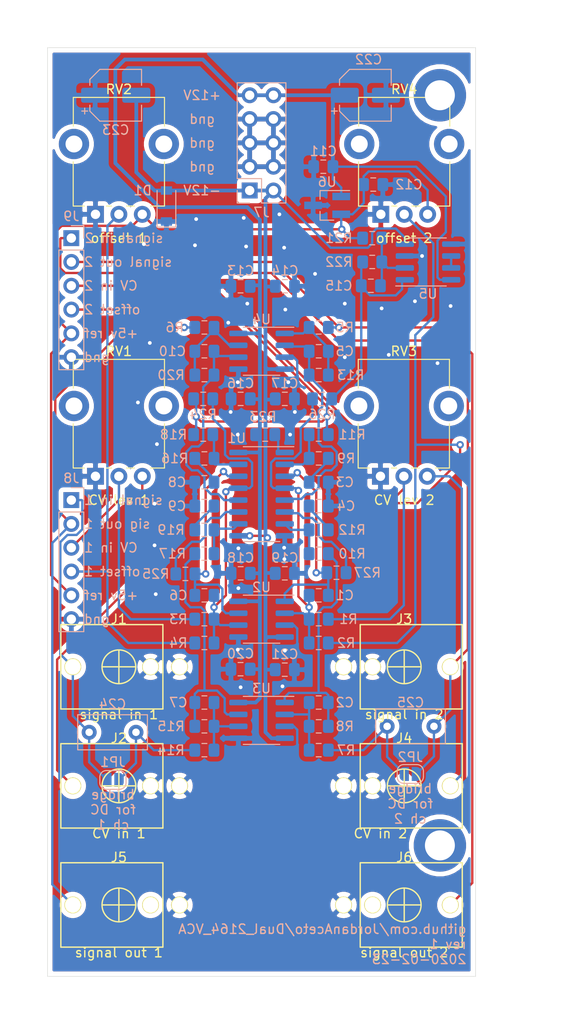
<source format=kicad_pcb>
(kicad_pcb (version 20171130) (host pcbnew 5.1.6-c6e7f7d~87~ubuntu18.04.1)
  (layers (0 F.Cu signal) (31 B.Cu signal) (34 B.Paste user) (35 F.Paste user) (36 B.SilkS user) (37 F.SilkS user) (38 B.Mask user) (39 F.Mask user) (44 Edge.Cuts user))
  (net 0 "")
  (net 1 "Net-(C1-Pad1)")
  (net 2 /VCA_1/VCA_1_CV_summing_node_i_in)
  (net 3 "Net-(C2-Pad1)")
  (net 4 "Net-(C2-Pad2)")
  (net 5 GND)
  (net 6 "Net-(C3-Pad1)")
  (net 7 "Net-(C4-Pad1)")
  (net 8 /VCA_1/VCA_1_signal_v_out)
  (net 9 "Net-(C5-Pad2)")
  (net 10 "Net-(C6-Pad1)")
  (net 11 /VCA_2/VCA_2_CV_summing_node_i_in)
  (net 12 "Net-(C7-Pad1)")
  (net 13 "Net-(C7-Pad2)")
  (net 14 "Net-(C8-Pad1)")
  (net 15 "Net-(C9-Pad1)")
  (net 16 "Net-(C10-Pad2)")
  (net 17 /VCA_2/VCA_2_signal_v_out)
  (net 18 +12V)
  (net 19 +5VA)
  (net 20 -12V)
  (net 21 "Net-(C15-Pad2)")
  (net 22 -5VA)
  (net 23 "Net-(J2-Pad3)")
  (net 24 "Net-(J4-Pad3)")
  (net 25 "Net-(J5-Pad2)")
  (net 26 "Net-(J6-Pad2)")
  (net 27 "Net-(R11-Pad1)")
  (net 28 "Net-(R10-Pad1)")
  (net 29 "Net-(R16-Pad1)")
  (net 30 "Net-(R17-Pad1)")
  (net 31 "Net-(R23-Pad2)")
  (net 32 "Net-(U5-Pad6)")
  (net 33 /signal_in_1)
  (net 34 /signal_in_2)
  (net 35 /signal_out_1)
  (net 36 /signal_out_2)
  (net 37 /offset_in_1)
  (net 38 /CV_in_1)
  (net 39 /CV_in_2)
  (net 40 /offset_in_2)
  (net 41 /VCA_1/VCA_1_signal_v_in)
  (net 42 /VCA_2/VCA_2_signal_v_in)
  (net 43 "Net-(R25-Pad1)")
  (net 44 "Net-(R27-Pad1)")
  (module MountingHole:MountingHole_3.2mm_M3_DIN965_Pad (layer F.Cu) (at 113.03 161.29)
    (fp_text reference REF** hide)
    (fp_text value MountingHole_3.2mm_M3_DIN965_Pad)
    (pad 1 thru_hole circle (at 0 0) (size 5.6 5.6) (drill 3.2) (layers *.Cu *.Mask))
  )
  (module MountingHole:MountingHole_3.2mm_M3_DIN965_Pad (layer F.Cu) (at 113.03 81.28)
    (fp_text reference REF** hide)
    (fp_text value MountingHole_3.2mm_M3_DIN965_Pad)
    (pad 1 thru_hole circle (at 0 0) (size 5.6 5.6) (drill 3.2) (layers *.Cu *.Mask))
  )
  (module Capacitor_SMD:C_0805_2012Metric_Pad1.15x1.40mm_HandSolder (layer B.Cu) (at 105.909 90.805)
    (fp_text reference C12 (at 3.81 0) (layer B.SilkS) (effects (justify mirror)))
    (fp_text value 100nF)
    (pad 1 smd roundrect (at -1.025 0) (size 1.15 1.4) (layers B.Cu B.Paste B.Mask) (roundrect_rratio 0.217391) (net 19 +5VA))
    (pad 2 smd roundrect (at 1.025 0) (size 1.15 1.4) (layers B.Cu B.Paste B.Mask) (roundrect_rratio 0.217391) (net 5 GND))
  )
  (module Capacitor_SMD:C_0805_2012Metric_Pad1.15x1.40mm_HandSolder (layer B.Cu) (at 100.575 88.9 180)
    (fp_text reference C11 (at 0 1.65) (layer B.SilkS) (effects (justify mirror)))
    (fp_text value 100nF)
    (pad 2 smd roundrect (at 1.025 0 180) (size 1.15 1.4) (layers B.Cu B.Paste B.Mask) (roundrect_rratio 0.217391) (net 5 GND))
    (pad 1 smd roundrect (at -1.025 0 180) (size 1.15 1.4) (layers B.Cu B.Paste B.Mask) (roundrect_rratio 0.217391) (net 18 +12V))
  )
  (module Capacitor_SMD:C_0805_2012Metric_Pad1.15x1.40mm_HandSolder (layer B.Cu) (at 91.7358 101.6508 180)
    (fp_text reference C13 (at 0 1.65) (layer B.SilkS) (effects (justify mirror)))
    (fp_text value 100nF)
    (pad 1 smd roundrect (at -1.025 0 180) (size 1.15 1.4) (layers B.Cu B.Paste B.Mask) (roundrect_rratio 0.217391) (net 18 +12V))
    (pad 2 smd roundrect (at 1.025 0 180) (size 1.15 1.4) (layers B.Cu B.Paste B.Mask) (roundrect_rratio 0.217391) (net 5 GND))
  )
  (module Capacitor_SMD:C_0805_2012Metric_Pad1.15x1.40mm_HandSolder (layer B.Cu) (at 96.4782 101.6508 180)
    (fp_text reference C14 (at 0 1.65) (layer B.SilkS) (effects (justify mirror)))
    (fp_text value 100nF)
    (pad 2 smd roundrect (at 1.025 0 180) (size 1.15 1.4) (layers B.Cu B.Paste B.Mask) (roundrect_rratio 0.217391) (net 20 -12V))
    (pad 1 smd roundrect (at -1.025 0 180) (size 1.15 1.4) (layers B.Cu B.Paste B.Mask) (roundrect_rratio 0.217391) (net 5 GND))
  )
  (module Capacitor_SMD:C_0805_2012Metric_Pad1.15x1.40mm_HandSolder (layer B.Cu) (at 105.655 101.6)
    (fp_text reference C15 (at -3.42 0) (layer B.SilkS) (effects (justify mirror)))
    (fp_text value 100nF)
    (pad 2 smd roundrect (at 1.025 0) (size 1.15 1.4) (layers B.Cu B.Paste B.Mask) (roundrect_rratio 0.217391) (net 21 "Net-(C15-Pad2)"))
    (pad 1 smd roundrect (at -1.025 0) (size 1.15 1.4) (layers B.Cu B.Paste B.Mask) (roundrect_rratio 0.217391) (net 22 -5VA))
  )
  (module Capacitor_SMD:C_0805_2012Metric_Pad1.15x1.40mm_HandSolder (layer B.Cu) (at 91.7485 113.665 180)
    (fp_text reference C16 (at 0 1.65) (layer B.SilkS) (effects (justify mirror)))
    (fp_text value 100nF)
    (pad 1 smd roundrect (at -1.025 0 180) (size 1.15 1.4) (layers B.Cu B.Paste B.Mask) (roundrect_rratio 0.217391) (net 18 +12V))
    (pad 2 smd roundrect (at 1.025 0 180) (size 1.15 1.4) (layers B.Cu B.Paste B.Mask) (roundrect_rratio 0.217391) (net 5 GND))
  )
  (module Capacitor_SMD:C_0805_2012Metric_Pad1.15x1.40mm_HandSolder (layer B.Cu) (at 96.4655 113.665 180)
    (fp_text reference C17 (at 0 1.65) (layer B.SilkS) (effects (justify mirror)))
    (fp_text value 100nF)
    (pad 2 smd roundrect (at 1.025 0 180) (size 1.15 1.4) (layers B.Cu B.Paste B.Mask) (roundrect_rratio 0.217391) (net 20 -12V))
    (pad 1 smd roundrect (at -1.025 0 180) (size 1.15 1.4) (layers B.Cu B.Paste B.Mask) (roundrect_rratio 0.217391) (net 5 GND))
  )
  (module Capacitor_SMD:C_0805_2012Metric_Pad1.15x1.40mm_HandSolder (layer B.Cu) (at 91.7485 132.2705 180)
    (fp_text reference C18 (at 0 1.65) (layer B.SilkS) (effects (justify mirror)))
    (fp_text value 100nF)
    (pad 1 smd roundrect (at -1.025 0 180) (size 1.15 1.4) (layers B.Cu B.Paste B.Mask) (roundrect_rratio 0.217391) (net 18 +12V))
    (pad 2 smd roundrect (at 1.025 0 180) (size 1.15 1.4) (layers B.Cu B.Paste B.Mask) (roundrect_rratio 0.217391) (net 5 GND))
  )
  (module Capacitor_SMD:C_0805_2012Metric_Pad1.15x1.40mm_HandSolder (layer B.Cu) (at 96.4655 132.2705 180)
    (fp_text reference C19 (at 0 1.65) (layer B.SilkS) (effects (justify mirror)))
    (fp_text value 100nF)
    (pad 2 smd roundrect (at 1.025 0 180) (size 1.15 1.4) (layers B.Cu B.Paste B.Mask) (roundrect_rratio 0.217391) (net 20 -12V))
    (pad 1 smd roundrect (at -1.025 0 180) (size 1.15 1.4) (layers B.Cu B.Paste B.Mask) (roundrect_rratio 0.217391) (net 5 GND))
  )
  (module Capacitor_SMD:C_0805_2012Metric_Pad1.15x1.40mm_HandSolder (layer B.Cu) (at 91.7358 142.494 180)
    (fp_text reference C20 (at 0 1.65) (layer B.SilkS) (effects (justify mirror)))
    (fp_text value 100nF)
    (pad 2 smd roundrect (at 1.025 0 180) (size 1.15 1.4) (layers B.Cu B.Paste B.Mask) (roundrect_rratio 0.217391) (net 5 GND))
    (pad 1 smd roundrect (at -1.025 0 180) (size 1.15 1.4) (layers B.Cu B.Paste B.Mask) (roundrect_rratio 0.217391) (net 18 +12V))
  )
  (module Capacitor_SMD:C_0805_2012Metric_Pad1.15x1.40mm_HandSolder (layer B.Cu) (at 96.4602 142.5448 180)
    (fp_text reference C21 (at 0 1.65) (layer B.SilkS) (effects (justify mirror)))
    (fp_text value 100nF)
    (pad 1 smd roundrect (at -1.025 0 180) (size 1.15 1.4) (layers B.Cu B.Paste B.Mask) (roundrect_rratio 0.217391) (net 5 GND))
    (pad 2 smd roundrect (at 1.025 0 180) (size 1.15 1.4) (layers B.Cu B.Paste B.Mask) (roundrect_rratio 0.217391) (net 20 -12V))
  )
  (module Capacitor_SMD:CP_Elec_5x5.4 (layer B.Cu) (at 105.07 81.28)
    (fp_text reference C22 (at 0.34 -3.81) (layer B.SilkS) (effects (justify mirror)))
    (fp_text value 10uF)
    (pad 2 smd roundrect (at 2.2 0) (size 3 1.6) (layers B.Cu B.Paste B.Mask) (roundrect_rratio 0.15625) (net 5 GND))
    (pad 1 smd roundrect (at -2.2 0) (size 3 1.6) (layers B.Cu B.Paste B.Mask) (roundrect_rratio 0.15625) (net 18 +12V))
  )
  (module Capacitor_SMD:CP_Elec_5x5.4 (layer B.Cu) (at 78.4 81.28)
    (fp_text reference C23 (at 0 3.7) (layer B.SilkS) (effects (justify mirror)))
    (fp_text value 10uF)
    (pad 1 smd roundrect (at -2.2 0) (size 3 1.6) (layers B.Cu B.Paste B.Mask) (roundrect_rratio 0.15625) (net 5 GND))
    (pad 2 smd roundrect (at 2.2 0) (size 3 1.6) (layers B.Cu B.Paste B.Mask) (roundrect_rratio 0.15625) (net 20 -12V))
  )
  (module Eurocad:PJ301M-12 (layer F.Cu) (at 78.74 142.24 90)
    (fp_text reference J1 (at 5.08 0 180) (layer F.SilkS))
    (fp_text value signal_in_1)
    (pad 2 thru_hole circle (at 0 3.38 90) (size 1.8 1.8) (drill 1.6) (layers *.Cu *.Mask F.SilkS) (net 5 GND))
    (pad 1 thru_hole circle (at 0 6.48 90) (size 1.8 1.8) (drill 1.6) (layers *.Cu *.Mask F.SilkS) (net 5 GND))
    (pad 3 thru_hole circle (at 0 -4.92 90) (size 1.8 1.8) (drill 1.6) (layers *.Cu *.Mask F.SilkS) (net 33 /signal_in_1))
  )
  (module Eurocad:PJ301M-12 (layer F.Cu) (at 78.74 154.94 90)
    (fp_text reference J2 (at 5.08 0 180) (layer F.SilkS))
    (fp_text value CV_in_1)
    (pad 3 thru_hole circle (at 0 -4.92 90) (size 1.8 1.8) (drill 1.6) (layers *.Cu *.Mask F.SilkS) (net 23 "Net-(J2-Pad3)"))
    (pad 1 thru_hole circle (at 0 6.48 90) (size 1.8 1.8) (drill 1.6) (layers *.Cu *.Mask F.SilkS) (net 5 GND))
    (pad 2 thru_hole circle (at 0 3.38 90) (size 1.8 1.8) (drill 1.6) (layers *.Cu *.Mask F.SilkS) (net 5 GND))
  )
  (module Eurocad:PJ301M-12 (layer F.Cu) (at 109.22 142.24 270)
    (fp_text reference J3 (at -5.08 0 180) (layer F.SilkS))
    (fp_text value signal_in_2)
    (pad 3 thru_hole circle (at 0 -4.92 270) (size 1.8 1.8) (drill 1.6) (layers *.Cu *.Mask F.SilkS) (net 34 /signal_in_2))
    (pad 1 thru_hole circle (at 0 6.48 270) (size 1.8 1.8) (drill 1.6) (layers *.Cu *.Mask F.SilkS) (net 5 GND))
    (pad 2 thru_hole circle (at 0 3.38 270) (size 1.8 1.8) (drill 1.6) (layers *.Cu *.Mask F.SilkS) (net 5 GND))
  )
  (module Eurocad:PJ301M-12 (layer F.Cu) (at 109.22 154.94 270)
    (fp_text reference J4 (at -5.08 0 180) (layer F.SilkS))
    (fp_text value CV_in_2)
    (pad 2 thru_hole circle (at 0 3.38 270) (size 1.8 1.8) (drill 1.6) (layers *.Cu *.Mask F.SilkS) (net 5 GND))
    (pad 1 thru_hole circle (at 0 6.48 270) (size 1.8 1.8) (drill 1.6) (layers *.Cu *.Mask F.SilkS) (net 5 GND))
    (pad 3 thru_hole circle (at 0 -4.92 270) (size 1.8 1.8) (drill 1.6) (layers *.Cu *.Mask F.SilkS) (net 24 "Net-(J4-Pad3)"))
  )
  (module Eurocad:PJ301M-12 (layer F.Cu) (at 78.74 167.64 90)
    (fp_text reference J5 (at 5.08 0 180) (layer F.SilkS))
    (fp_text value signal_out_1)
    (pad 3 thru_hole circle (at 0 -4.92 90) (size 1.8 1.8) (drill 1.6) (layers *.Cu *.Mask F.SilkS) (net 35 /signal_out_1))
    (pad 1 thru_hole circle (at 0 6.48 90) (size 1.8 1.8) (drill 1.6) (layers *.Cu *.Mask F.SilkS) (net 5 GND))
    (pad 2 thru_hole circle (at 0 3.38 90) (size 1.8 1.8) (drill 1.6) (layers *.Cu *.Mask F.SilkS) (net 25 "Net-(J5-Pad2)"))
  )
  (module Eurocad:PJ301M-12 (layer F.Cu) (at 109.22 167.64 270)
    (fp_text reference J6 (at -5.08 0 180) (layer F.SilkS))
    (fp_text value signal_out_2)
    (pad 2 thru_hole circle (at 0 3.38 270) (size 1.8 1.8) (drill 1.6) (layers *.Cu *.Mask F.SilkS) (net 26 "Net-(J6-Pad2)"))
    (pad 1 thru_hole circle (at 0 6.48 270) (size 1.8 1.8) (drill 1.6) (layers *.Cu *.Mask F.SilkS) (net 5 GND))
    (pad 3 thru_hole circle (at 0 -4.92 270) (size 1.8 1.8) (drill 1.6) (layers *.Cu *.Mask F.SilkS) (net 36 /signal_out_2))
  )
  (module Connector_PinHeader_2.54mm:PinHeader_2x05_P2.54mm_Vertical (layer B.Cu) (at 92.71 91.44)
    (fp_text reference J7 (at 1.27 2.33) (layer B.SilkS) (effects (justify mirror)))
    (fp_text value power_input)
    (pad 1 thru_hole rect (at 0 0) (size 1.7 1.7) (drill 1) (layers *.Cu *.Mask) (net 20 -12V))
    (pad 2 thru_hole oval (at 2.54 0) (size 1.7 1.7) (drill 1) (layers *.Cu *.Mask) (net 20 -12V))
    (pad 3 thru_hole oval (at 0 -2.54) (size 1.7 1.7) (drill 1) (layers *.Cu *.Mask) (net 5 GND))
    (pad 4 thru_hole oval (at 2.54 -2.54) (size 1.7 1.7) (drill 1) (layers *.Cu *.Mask) (net 5 GND))
    (pad 5 thru_hole oval (at 0 -5.08) (size 1.7 1.7) (drill 1) (layers *.Cu *.Mask) (net 5 GND))
    (pad 6 thru_hole oval (at 2.54 -5.08) (size 1.7 1.7) (drill 1) (layers *.Cu *.Mask) (net 5 GND))
    (pad 7 thru_hole oval (at 0 -7.62) (size 1.7 1.7) (drill 1) (layers *.Cu *.Mask) (net 5 GND))
    (pad 8 thru_hole oval (at 2.54 -7.62) (size 1.7 1.7) (drill 1) (layers *.Cu *.Mask) (net 5 GND))
    (pad 9 thru_hole oval (at 0 -10.16) (size 1.7 1.7) (drill 1) (layers *.Cu *.Mask) (net 18 +12V))
    (pad 10 thru_hole oval (at 2.54 -10.16) (size 1.7 1.7) (drill 1) (layers *.Cu *.Mask) (net 18 +12V))
  )
  (module Resistor_SMD:R_0805_2012Metric_Pad1.15x1.40mm_HandSolder (layer B.Cu) (at 100.085 137.16)
    (fp_text reference R1 (at 3.175 0) (layer B.SilkS) (effects (justify mirror)))
    (fp_text value 100k)
    (pad 2 smd roundrect (at 1.025 0) (size 1.15 1.4) (layers B.Cu B.Paste B.Mask) (roundrect_rratio 0.217391) (net 39 /CV_in_2))
    (pad 1 smd roundrect (at -1.025 0) (size 1.15 1.4) (layers B.Cu B.Paste B.Mask) (roundrect_rratio 0.217391) (net 11 /VCA_2/VCA_2_CV_summing_node_i_in))
  )
  (module Resistor_SMD:R_0805_2012Metric_Pad1.15x1.40mm_HandSolder (layer B.Cu) (at 100.085 139.7)
    (fp_text reference R2 (at 2.93 0) (layer B.SilkS) (effects (justify mirror)))
    (fp_text value 100k)
    (pad 2 smd roundrect (at 1.025 0) (size 1.15 1.4) (layers B.Cu B.Paste B.Mask) (roundrect_rratio 0.217391) (net 40 /offset_in_2))
    (pad 1 smd roundrect (at -1.025 0) (size 1.15 1.4) (layers B.Cu B.Paste B.Mask) (roundrect_rratio 0.217391) (net 11 /VCA_2/VCA_2_CV_summing_node_i_in))
  )
  (module Resistor_SMD:R_0805_2012Metric_Pad1.15x1.40mm_HandSolder (layer B.Cu) (at 87.875 137.16 180)
    (fp_text reference R3 (at 2.785 0) (layer B.SilkS) (effects (justify mirror)))
    (fp_text value 100k)
    (pad 1 smd roundrect (at -1.025 0 180) (size 1.15 1.4) (layers B.Cu B.Paste B.Mask) (roundrect_rratio 0.217391) (net 2 /VCA_1/VCA_1_CV_summing_node_i_in))
    (pad 2 smd roundrect (at 1.025 0 180) (size 1.15 1.4) (layers B.Cu B.Paste B.Mask) (roundrect_rratio 0.217391) (net 38 /CV_in_1))
  )
  (module Resistor_SMD:R_0805_2012Metric_Pad1.15x1.40mm_HandSolder (layer B.Cu) (at 87.875 139.7 180)
    (fp_text reference R4 (at 2.785 0) (layer B.SilkS) (effects (justify mirror)))
    (fp_text value 100k)
    (pad 2 smd roundrect (at 1.025 0 180) (size 1.15 1.4) (layers B.Cu B.Paste B.Mask) (roundrect_rratio 0.217391) (net 37 /offset_in_1))
    (pad 1 smd roundrect (at -1.025 0 180) (size 1.15 1.4) (layers B.Cu B.Paste B.Mask) (roundrect_rratio 0.217391) (net 2 /VCA_1/VCA_1_CV_summing_node_i_in))
  )
  (module Resistor_SMD:R_0805_2012Metric_Pad1.15x1.40mm_HandSolder (layer B.Cu) (at 100.085 106.045 180)
    (fp_text reference R5 (at -2.785 0) (layer B.SilkS) (effects (justify mirror)))
    (fp_text value 1k)
    (pad 1 smd roundrect (at -1.025 0 180) (size 1.15 1.4) (layers B.Cu B.Paste B.Mask) (roundrect_rratio 0.217391) (net 36 /signal_out_2))
    (pad 2 smd roundrect (at 1.025 0 180) (size 1.15 1.4) (layers B.Cu B.Paste B.Mask) (roundrect_rratio 0.217391) (net 17 /VCA_2/VCA_2_signal_v_out))
  )
  (module Resistor_SMD:R_0805_2012Metric_Pad1.15x1.40mm_HandSolder (layer B.Cu) (at 87.875 106.045)
    (fp_text reference R6 (at -3.175 0) (layer B.SilkS) (effects (justify mirror)))
    (fp_text value 1k)
    (pad 1 smd roundrect (at -1.025 0) (size 1.15 1.4) (layers B.Cu B.Paste B.Mask) (roundrect_rratio 0.217391) (net 35 /signal_out_1))
    (pad 2 smd roundrect (at 1.025 0) (size 1.15 1.4) (layers B.Cu B.Paste B.Mask) (roundrect_rratio 0.217391) (net 8 /VCA_1/VCA_1_signal_v_out))
  )
  (module Resistor_SMD:R_0805_2012Metric_Pad1.15x1.40mm_HandSolder (layer B.Cu) (at 105.8 96.52 180)
    (fp_text reference R21 (at 3.565 0) (layer B.SilkS) (effects (justify mirror)))
    (fp_text value 10k)
    (pad 2 smd roundrect (at 1.025 0 180) (size 1.15 1.4) (layers B.Cu B.Paste B.Mask) (roundrect_rratio 0.217391) (net 19 +5VA))
    (pad 1 smd roundrect (at -1.025 0 180) (size 1.15 1.4) (layers B.Cu B.Paste B.Mask) (roundrect_rratio 0.217391) (net 21 "Net-(C15-Pad2)"))
  )
  (module Resistor_SMD:R_0805_2012Metric_Pad1.15x1.40mm_HandSolder (layer B.Cu) (at 105.8 99.06)
    (fp_text reference R22 (at -3.565 0) (layer B.SilkS) (effects (justify mirror)))
    (fp_text value 10k)
    (pad 1 smd roundrect (at -1.025 0) (size 1.15 1.4) (layers B.Cu B.Paste B.Mask) (roundrect_rratio 0.217391) (net 22 -5VA))
    (pad 2 smd roundrect (at 1.025 0) (size 1.15 1.4) (layers B.Cu B.Paste B.Mask) (roundrect_rratio 0.217391) (net 21 "Net-(C15-Pad2)"))
  )
  (module Resistor_SMD:R_0805_2012Metric_Pad1.15x1.40mm_HandSolder (layer B.Cu) (at 94.37 117.475)
    (fp_text reference R23 (at -0.245 -1.905) (layer B.SilkS) (effects (justify mirror)))
    (fp_text value R)
    (pad 1 smd roundrect (at -1.025 0) (size 1.15 1.4) (layers B.Cu B.Paste B.Mask) (roundrect_rratio 0.217391) (net 18 +12V))
    (pad 2 smd roundrect (at 1.025 0) (size 1.15 1.4) (layers B.Cu B.Paste B.Mask) (roundrect_rratio 0.217391) (net 31 "Net-(R23-Pad2)"))
  )
  (module Potentiometer_THT:Potentiometer_Alpha_RD901F-40-00D_Single_Vertical_CircularHoles (layer F.Cu) (at 76.24 121.92 90)
    (fp_text reference RV1 (at 13.335 2.5) (layer F.SilkS))
    (fp_text value 100k)
    (pad "" thru_hole circle (at 7.5 -2.3 180) (size 3.24 3.24) (drill 1.8) (layers *.Cu *.Mask))
    (pad "" thru_hole circle (at 7.5 7.3 180) (size 3.24 3.24) (drill 1.8) (layers *.Cu *.Mask))
    (pad 3 thru_hole circle (at 0 5 180) (size 1.8 1.8) (drill 1) (layers *.Cu *.Mask) (net 23 "Net-(J2-Pad3)"))
    (pad 2 thru_hole circle (at 0 2.5 180) (size 1.8 1.8) (drill 1) (layers *.Cu *.Mask) (net 38 /CV_in_1))
    (pad 1 thru_hole rect (at 0 0 180) (size 1.8 1.8) (drill 1) (layers *.Cu *.Mask) (net 5 GND))
  )
  (module Potentiometer_THT:Potentiometer_Alpha_RD901F-40-00D_Single_Vertical_CircularHoles (layer F.Cu) (at 76.24 93.98 90)
    (fp_text reference RV2 (at 13.335 2.5) (layer F.SilkS))
    (fp_text value 100k)
    (pad 1 thru_hole rect (at 0 0 180) (size 1.8 1.8) (drill 1) (layers *.Cu *.Mask) (net 5 GND))
    (pad 2 thru_hole circle (at 0 2.5 180) (size 1.8 1.8) (drill 1) (layers *.Cu *.Mask) (net 37 /offset_in_1))
    (pad 3 thru_hole circle (at 0 5 180) (size 1.8 1.8) (drill 1) (layers *.Cu *.Mask) (net 19 +5VA))
    (pad "" thru_hole circle (at 7.5 7.3 180) (size 3.24 3.24) (drill 1.8) (layers *.Cu *.Mask))
    (pad "" thru_hole circle (at 7.5 -2.3 180) (size 3.24 3.24) (drill 1.8) (layers *.Cu *.Mask))
  )
  (module Potentiometer_THT:Potentiometer_Alpha_RD901F-40-00D_Single_Vertical_CircularHoles (layer F.Cu) (at 106.68 121.92 90)
    (fp_text reference RV3 (at 13.335 2.5) (layer F.SilkS))
    (fp_text value 100k)
    (pad "" thru_hole circle (at 7.5 -2.3 180) (size 3.24 3.24) (drill 1.8) (layers *.Cu *.Mask))
    (pad "" thru_hole circle (at 7.5 7.3 180) (size 3.24 3.24) (drill 1.8) (layers *.Cu *.Mask))
    (pad 3 thru_hole circle (at 0 5 180) (size 1.8 1.8) (drill 1) (layers *.Cu *.Mask) (net 24 "Net-(J4-Pad3)"))
    (pad 2 thru_hole circle (at 0 2.5 180) (size 1.8 1.8) (drill 1) (layers *.Cu *.Mask) (net 39 /CV_in_2))
    (pad 1 thru_hole rect (at 0 0 180) (size 1.8 1.8) (drill 1) (layers *.Cu *.Mask) (net 5 GND))
  )
  (module Potentiometer_THT:Potentiometer_Alpha_RD901F-40-00D_Single_Vertical_CircularHoles (layer F.Cu) (at 106.72 93.98 90)
    (fp_text reference RV4 (at 13.335 2.5) (layer F.SilkS))
    (fp_text value 100k)
    (pad 1 thru_hole rect (at 0 0 180) (size 1.8 1.8) (drill 1) (layers *.Cu *.Mask) (net 5 GND))
    (pad 2 thru_hole circle (at 0 2.5 180) (size 1.8 1.8) (drill 1) (layers *.Cu *.Mask) (net 40 /offset_in_2))
    (pad 3 thru_hole circle (at 0 5 180) (size 1.8 1.8) (drill 1) (layers *.Cu *.Mask) (net 19 +5VA))
    (pad "" thru_hole circle (at 7.5 7.3 180) (size 3.24 3.24) (drill 1.8) (layers *.Cu *.Mask))
    (pad "" thru_hole circle (at 7.5 -2.3 180) (size 3.24 3.24) (drill 1.8) (layers *.Cu *.Mask))
  )
  (module Package_SO:SOIC-8_3.9x4.9mm_P1.27mm (layer B.Cu) (at 111.76 99.06)
    (fp_text reference U5 (at 0 3.4) (layer B.SilkS) (effects (justify mirror)))
    (fp_text value TL072)
    (pad 8 smd roundrect (at 2.475 1.905) (size 1.95 0.6) (layers B.Cu B.Paste B.Mask) (net 18 +12V))
    (pad 7 smd roundrect (at 2.475 0.635) (size 1.95 0.6) (layers B.Cu B.Paste B.Mask) (net 32 "Net-(U5-Pad6)"))
    (pad 6 smd roundrect (at 2.475 -0.635) (size 1.95 0.6) (layers B.Cu B.Paste B.Mask) (net 32 "Net-(U5-Pad6)"))
    (pad 5 smd roundrect (at 2.475 -1.905) (size 1.95 0.6) (layers B.Cu B.Paste B.Mask) (net 5 GND))
    (pad 4 smd roundrect (at -2.475 -1.905) (size 1.95 0.6) (layers B.Cu B.Paste B.Mask) (net 20 -12V))
    (pad 3 smd roundrect (at -2.475 -0.635) (size 1.95 0.6) (layers B.Cu B.Paste B.Mask) (net 5 GND))
    (pad 2 smd roundrect (at -2.475 0.635) (size 1.95 0.6) (layers B.Cu B.Paste B.Mask) (net 21 "Net-(C15-Pad2)"))
    (pad 1 smd roundrect (at -2.475 1.905) (size 1.95 0.6) (layers B.Cu B.Paste B.Mask) (net 22 -5VA))
  )
  (module Capacitor_SMD:C_0805_2012Metric_Pad1.15x1.40mm_HandSolder (layer B.Cu) (at 100.085 134.62 180)
    (fp_text reference C1 (at -2.785 0) (layer B.SilkS) (effects (justify mirror)))
    (fp_text value 100pF)
    (pad 1 smd roundrect (at -1.025 0 180) (size 1.15 1.4) (layers B.Cu B.Paste B.Mask) (roundrect_rratio 0.217391) (net 1 "Net-(C1-Pad1)"))
    (pad 2 smd roundrect (at 1.025 0 180) (size 1.15 1.4) (layers B.Cu B.Paste B.Mask) (roundrect_rratio 0.217391) (net 11 /VCA_2/VCA_2_CV_summing_node_i_in))
  )
  (module Capacitor_SMD:C_0805_2012Metric_Pad1.15x1.40mm_HandSolder (layer B.Cu) (at 100.085 146.05 180)
    (fp_text reference C2 (at -2.785 0) (layer B.SilkS) (effects (justify mirror)))
    (fp_text value 22pF)
    (pad 1 smd roundrect (at -1.025 0 180) (size 1.15 1.4) (layers B.Cu B.Paste B.Mask) (roundrect_rratio 0.217391) (net 3 "Net-(C2-Pad1)"))
    (pad 2 smd roundrect (at 1.025 0 180) (size 1.15 1.4) (layers B.Cu B.Paste B.Mask) (roundrect_rratio 0.217391) (net 4 "Net-(C2-Pad2)"))
  )
  (module Capacitor_SMD:C_0805_2012Metric_Pad1.15x1.40mm_HandSolder (layer B.Cu) (at 100.085 122.555)
    (fp_text reference C3 (at 2.785 0) (layer B.SilkS) (effects (justify mirror)))
    (fp_text value 560pF)
    (pad 2 smd roundrect (at 1.025 0) (size 1.15 1.4) (layers B.Cu B.Paste B.Mask) (roundrect_rratio 0.217391) (net 5 GND))
    (pad 1 smd roundrect (at -1.025 0) (size 1.15 1.4) (layers B.Cu B.Paste B.Mask) (roundrect_rratio 0.217391) (net 6 "Net-(C3-Pad1)"))
  )
  (module Capacitor_SMD:C_0805_2012Metric_Pad1.15x1.40mm_HandSolder (layer B.Cu) (at 100.085 125.095)
    (fp_text reference C4 (at 2.93 0) (layer B.SilkS) (effects (justify mirror)))
    (fp_text value 560pF)
    (pad 1 smd roundrect (at -1.025 0) (size 1.15 1.4) (layers B.Cu B.Paste B.Mask) (roundrect_rratio 0.217391) (net 7 "Net-(C4-Pad1)"))
    (pad 2 smd roundrect (at 1.025 0) (size 1.15 1.4) (layers B.Cu B.Paste B.Mask) (roundrect_rratio 0.217391) (net 5 GND))
  )
  (module Capacitor_SMD:C_0805_2012Metric_Pad1.15x1.40mm_HandSolder (layer B.Cu) (at 100.085 108.585 180)
    (fp_text reference C5 (at -2.785 0) (layer B.SilkS) (effects (justify mirror)))
    (fp_text value 100pF)
    (pad 2 smd roundrect (at 1.025 0 180) (size 1.15 1.4) (layers B.Cu B.Paste B.Mask) (roundrect_rratio 0.217391) (net 9 "Net-(C5-Pad2)"))
    (pad 1 smd roundrect (at -1.025 0 180) (size 1.15 1.4) (layers B.Cu B.Paste B.Mask) (roundrect_rratio 0.217391) (net 17 /VCA_2/VCA_2_signal_v_out))
  )
  (module Capacitor_SMD:C_0805_2012Metric_Pad1.15x1.40mm_HandSolder (layer B.Cu) (at 87.875 134.62)
    (fp_text reference C6 (at -2.785 0) (layer B.SilkS) (effects (justify mirror)))
    (fp_text value 100pF)
    (pad 1 smd roundrect (at -1.025 0) (size 1.15 1.4) (layers B.Cu B.Paste B.Mask) (roundrect_rratio 0.217391) (net 10 "Net-(C6-Pad1)"))
    (pad 2 smd roundrect (at 1.025 0) (size 1.15 1.4) (layers B.Cu B.Paste B.Mask) (roundrect_rratio 0.217391) (net 2 /VCA_1/VCA_1_CV_summing_node_i_in))
  )
  (module Capacitor_SMD:C_0805_2012Metric_Pad1.15x1.40mm_HandSolder (layer B.Cu) (at 87.875 146.05)
    (fp_text reference C7 (at -2.785 0) (layer B.SilkS) (effects (justify mirror)))
    (fp_text value 22pF)
    (pad 1 smd roundrect (at -1.025 0) (size 1.15 1.4) (layers B.Cu B.Paste B.Mask) (roundrect_rratio 0.217391) (net 12 "Net-(C7-Pad1)"))
    (pad 2 smd roundrect (at 1.025 0) (size 1.15 1.4) (layers B.Cu B.Paste B.Mask) (roundrect_rratio 0.217391) (net 13 "Net-(C7-Pad2)"))
  )
  (module Capacitor_SMD:C_0805_2012Metric_Pad1.15x1.40mm_HandSolder (layer B.Cu) (at 87.875 122.555 180)
    (fp_text reference C8 (at 2.93 0) (layer B.SilkS) (effects (justify mirror)))
    (fp_text value 560pF)
    (pad 2 smd roundrect (at 1.025 0 180) (size 1.15 1.4) (layers B.Cu B.Paste B.Mask) (roundrect_rratio 0.217391) (net 5 GND))
    (pad 1 smd roundrect (at -1.025 0 180) (size 1.15 1.4) (layers B.Cu B.Paste B.Mask) (roundrect_rratio 0.217391) (net 14 "Net-(C8-Pad1)"))
  )
  (module Capacitor_SMD:C_0805_2012Metric_Pad1.15x1.40mm_HandSolder (layer B.Cu) (at 87.875 125.095 180)
    (fp_text reference C9 (at 2.93 0) (layer B.SilkS) (effects (justify mirror)))
    (fp_text value 560pF)
    (pad 2 smd roundrect (at 1.025 0 180) (size 1.15 1.4) (layers B.Cu B.Paste B.Mask) (roundrect_rratio 0.217391) (net 5 GND))
    (pad 1 smd roundrect (at -1.025 0 180) (size 1.15 1.4) (layers B.Cu B.Paste B.Mask) (roundrect_rratio 0.217391) (net 15 "Net-(C9-Pad1)"))
  )
  (module Capacitor_SMD:C_0805_2012Metric_Pad1.15x1.40mm_HandSolder (layer B.Cu) (at 87.875 108.585)
    (fp_text reference C10 (at -3.42 0) (layer B.SilkS) (effects (justify mirror)))
    (fp_text value 100pF)
    (pad 2 smd roundrect (at 1.025 0) (size 1.15 1.4) (layers B.Cu B.Paste B.Mask) (roundrect_rratio 0.217391) (net 16 "Net-(C10-Pad2)"))
    (pad 1 smd roundrect (at -1.025 0) (size 1.15 1.4) (layers B.Cu B.Paste B.Mask) (roundrect_rratio 0.217391) (net 8 /VCA_1/VCA_1_signal_v_out))
  )
  (module Resistor_SMD:R_0805_2012Metric_Pad1.15x1.40mm_HandSolder (layer B.Cu) (at 100.085 151.13)
    (fp_text reference R7 (at 2.93 0) (layer B.SilkS) (effects (justify mirror)))
    (fp_text value 100k)
    (pad 2 smd roundrect (at 1.025 0) (size 1.15 1.4) (layers B.Cu B.Paste B.Mask) (roundrect_rratio 0.217391) (net 42 /VCA_2/VCA_2_signal_v_in))
    (pad 1 smd roundrect (at -1.025 0) (size 1.15 1.4) (layers B.Cu B.Paste B.Mask) (roundrect_rratio 0.217391) (net 4 "Net-(C2-Pad2)"))
  )
  (module Resistor_SMD:R_0805_2012Metric_Pad1.15x1.40mm_HandSolder (layer B.Cu) (at 100.085 148.59 180)
    (fp_text reference R8 (at -2.785 0) (layer B.SilkS) (effects (justify mirror)))
    (fp_text value 100k)
    (pad 1 smd roundrect (at -1.025 0 180) (size 1.15 1.4) (layers B.Cu B.Paste B.Mask) (roundrect_rratio 0.217391) (net 3 "Net-(C2-Pad1)"))
    (pad 2 smd roundrect (at 1.025 0 180) (size 1.15 1.4) (layers B.Cu B.Paste B.Mask) (roundrect_rratio 0.217391) (net 4 "Net-(C2-Pad2)"))
  )
  (module Resistor_SMD:R_0805_2012Metric_Pad1.15x1.40mm_HandSolder (layer B.Cu) (at 100.085 120.015)
    (fp_text reference R9 (at 2.93 0) (layer B.SilkS) (effects (justify mirror)))
    (fp_text value 510)
    (pad 2 smd roundrect (at 1.025 0) (size 1.15 1.4) (layers B.Cu B.Paste B.Mask) (roundrect_rratio 0.217391) (net 6 "Net-(C3-Pad1)"))
    (pad 1 smd roundrect (at -1.025 0) (size 1.15 1.4) (layers B.Cu B.Paste B.Mask) (roundrect_rratio 0.217391) (net 27 "Net-(R11-Pad1)"))
  )
  (module Resistor_SMD:R_0805_2012Metric_Pad1.15x1.40mm_HandSolder (layer B.Cu) (at 100.085 130.175)
    (fp_text reference R10 (at 3.565 0) (layer B.SilkS) (effects (justify mirror)))
    (fp_text value 30k)
    (pad 1 smd roundrect (at -1.025 0) (size 1.15 1.4) (layers B.Cu B.Paste B.Mask) (roundrect_rratio 0.217391) (net 28 "Net-(R10-Pad1)"))
    (pad 2 smd roundrect (at 1.025 0) (size 1.15 1.4) (layers B.Cu B.Paste B.Mask) (roundrect_rratio 0.217391) (net 3 "Net-(C2-Pad1)"))
  )
  (module Resistor_SMD:R_0805_2012Metric_Pad1.15x1.40mm_HandSolder (layer B.Cu) (at 100.085 117.475)
    (fp_text reference R11 (at 3.565 0) (layer B.SilkS) (effects (justify mirror)))
    (fp_text value 100k)
    (pad 1 smd roundrect (at -1.025 0) (size 1.15 1.4) (layers B.Cu B.Paste B.Mask) (roundrect_rratio 0.217391) (net 27 "Net-(R11-Pad1)"))
    (pad 2 smd roundrect (at 1.025 0) (size 1.15 1.4) (layers B.Cu B.Paste B.Mask) (roundrect_rratio 0.217391) (net 22 -5VA))
  )
  (module Resistor_SMD:R_0805_2012Metric_Pad1.15x1.40mm_HandSolder (layer B.Cu) (at 100.085 127.635)
    (fp_text reference R12 (at 3.565 0) (layer B.SilkS) (effects (justify mirror)))
    (fp_text value 510)
    (pad 2 smd roundrect (at 1.025 0) (size 1.15 1.4) (layers B.Cu B.Paste B.Mask) (roundrect_rratio 0.217391) (net 7 "Net-(C4-Pad1)"))
    (pad 1 smd roundrect (at -1.025 0) (size 1.15 1.4) (layers B.Cu B.Paste B.Mask) (roundrect_rratio 0.217391) (net 28 "Net-(R10-Pad1)"))
  )
  (module Resistor_SMD:R_0805_2012Metric_Pad1.15x1.40mm_HandSolder (layer B.Cu) (at 100.085 111.125 180)
    (fp_text reference R13 (at -3.42 0) (layer B.SilkS) (effects (justify mirror)))
    (fp_text value 30k)
    (pad 1 smd roundrect (at -1.025 0 180) (size 1.15 1.4) (layers B.Cu B.Paste B.Mask) (roundrect_rratio 0.217391) (net 17 /VCA_2/VCA_2_signal_v_out))
    (pad 2 smd roundrect (at 1.025 0 180) (size 1.15 1.4) (layers B.Cu B.Paste B.Mask) (roundrect_rratio 0.217391) (net 9 "Net-(C5-Pad2)"))
  )
  (module Resistor_SMD:R_0805_2012Metric_Pad1.15x1.40mm_HandSolder (layer B.Cu) (at 87.875 151.13 180)
    (fp_text reference R14 (at 3.565 0) (layer B.SilkS) (effects (justify mirror)))
    (fp_text value 100k)
    (pad 1 smd roundrect (at -1.025 0 180) (size 1.15 1.4) (layers B.Cu B.Paste B.Mask) (roundrect_rratio 0.217391) (net 13 "Net-(C7-Pad2)"))
    (pad 2 smd roundrect (at 1.025 0 180) (size 1.15 1.4) (layers B.Cu B.Paste B.Mask) (roundrect_rratio 0.217391) (net 41 /VCA_1/VCA_1_signal_v_in))
  )
  (module Resistor_SMD:R_0805_2012Metric_Pad1.15x1.40mm_HandSolder (layer B.Cu) (at 87.875 148.59)
    (fp_text reference R15 (at -3.565 0) (layer B.SilkS) (effects (justify mirror)))
    (fp_text value 100k)
    (pad 2 smd roundrect (at 1.025 0) (size 1.15 1.4) (layers B.Cu B.Paste B.Mask) (roundrect_rratio 0.217391) (net 13 "Net-(C7-Pad2)"))
    (pad 1 smd roundrect (at -1.025 0) (size 1.15 1.4) (layers B.Cu B.Paste B.Mask) (roundrect_rratio 0.217391) (net 12 "Net-(C7-Pad1)"))
  )
  (module Resistor_SMD:R_0805_2012Metric_Pad1.15x1.40mm_HandSolder (layer B.Cu) (at 87.875 120.015 180)
    (fp_text reference R16 (at 3.175 0) (layer B.SilkS) (effects (justify mirror)))
    (fp_text value 510)
    (pad 1 smd roundrect (at -1.025 0 180) (size 1.15 1.4) (layers B.Cu B.Paste B.Mask) (roundrect_rratio 0.217391) (net 29 "Net-(R16-Pad1)"))
    (pad 2 smd roundrect (at 1.025 0 180) (size 1.15 1.4) (layers B.Cu B.Paste B.Mask) (roundrect_rratio 0.217391) (net 14 "Net-(C8-Pad1)"))
  )
  (module Resistor_SMD:R_0805_2012Metric_Pad1.15x1.40mm_HandSolder (layer B.Cu) (at 87.875 130.175 180)
    (fp_text reference R17 (at 3.42 0) (layer B.SilkS) (effects (justify mirror)))
    (fp_text value 30k)
    (pad 1 smd roundrect (at -1.025 0 180) (size 1.15 1.4) (layers B.Cu B.Paste B.Mask) (roundrect_rratio 0.217391) (net 30 "Net-(R17-Pad1)"))
    (pad 2 smd roundrect (at 1.025 0 180) (size 1.15 1.4) (layers B.Cu B.Paste B.Mask) (roundrect_rratio 0.217391) (net 12 "Net-(C7-Pad1)"))
  )
  (module Resistor_SMD:R_0805_2012Metric_Pad1.15x1.40mm_HandSolder (layer B.Cu) (at 87.748 117.475 180)
    (fp_text reference R18 (at 3.175 0) (layer B.SilkS) (effects (justify mirror)))
    (fp_text value 100k)
    (pad 2 smd roundrect (at 1.025 0 180) (size 1.15 1.4) (layers B.Cu B.Paste B.Mask) (roundrect_rratio 0.217391) (net 22 -5VA))
    (pad 1 smd roundrect (at -1.025 0 180) (size 1.15 1.4) (layers B.Cu B.Paste B.Mask) (roundrect_rratio 0.217391) (net 29 "Net-(R16-Pad1)"))
  )
  (module Resistor_SMD:R_0805_2012Metric_Pad1.15x1.40mm_HandSolder (layer B.Cu) (at 87.875 127.635 180)
    (fp_text reference R19 (at 3.565 0) (layer B.SilkS) (effects (justify mirror)))
    (fp_text value 510)
    (pad 2 smd roundrect (at 1.025 0 180) (size 1.15 1.4) (layers B.Cu B.Paste B.Mask) (roundrect_rratio 0.217391) (net 15 "Net-(C9-Pad1)"))
    (pad 1 smd roundrect (at -1.025 0 180) (size 1.15 1.4) (layers B.Cu B.Paste B.Mask) (roundrect_rratio 0.217391) (net 30 "Net-(R17-Pad1)"))
  )
  (module Resistor_SMD:R_0805_2012Metric_Pad1.15x1.40mm_HandSolder (layer B.Cu) (at 87.875 111.125)
    (fp_text reference R20 (at -3.565 0) (layer B.SilkS) (effects (justify mirror)))
    (fp_text value 30k)
    (pad 2 smd roundrect (at 1.025 0) (size 1.15 1.4) (layers B.Cu B.Paste B.Mask) (roundrect_rratio 0.217391) (net 16 "Net-(C10-Pad2)"))
    (pad 1 smd roundrect (at -1.025 0) (size 1.15 1.4) (layers B.Cu B.Paste B.Mask) (roundrect_rratio 0.217391) (net 8 /VCA_1/VCA_1_signal_v_out))
  )
  (module Package_SO:SOIC-16_3.9x9.9mm_P1.27mm (layer B.Cu) (at 93.98 123.825 180)
    (fp_text reference U1 (at 2.667 5.969) (layer B.SilkS) (effects (justify mirror)))
    (fp_text value SSM2164)
    (pad 1 smd roundrect (at -2.475 4.445 180) (size 1.95 0.6) (layers B.Cu B.Paste B.Mask) (net 31 "Net-(R23-Pad2)"))
    (pad 2 smd roundrect (at -2.475 3.175 180) (size 1.95 0.6) (layers B.Cu B.Paste B.Mask) (net 27 "Net-(R11-Pad1)"))
    (pad 3 smd roundrect (at -2.475 1.905 180) (size 1.95 0.6) (layers B.Cu B.Paste B.Mask) (net 1 "Net-(C1-Pad1)"))
    (pad 4 smd roundrect (at -2.475 0.635 180) (size 1.95 0.6) (layers B.Cu B.Paste B.Mask) (net 11 /VCA_2/VCA_2_CV_summing_node_i_in))
    (pad 5 smd roundrect (at -2.475 -0.635 180) (size 1.95 0.6) (layers B.Cu B.Paste B.Mask) (net 9 "Net-(C5-Pad2)"))
    (pad 6 smd roundrect (at -2.475 -1.905 180) (size 1.95 0.6) (layers B.Cu B.Paste B.Mask) (net 44 "Net-(R27-Pad1)"))
    (pad 7 smd roundrect (at -2.475 -3.175 180) (size 1.95 0.6) (layers B.Cu B.Paste B.Mask) (net 28 "Net-(R10-Pad1)"))
    (pad 8 smd roundrect (at -2.475 -4.445 180) (size 1.95 0.6) (layers B.Cu B.Paste B.Mask) (net 5 GND))
    (pad 9 smd roundrect (at 2.475 -4.445 180) (size 1.95 0.6) (layers B.Cu B.Paste B.Mask) (net 20 -12V))
    (pad 10 smd roundrect (at 2.475 -3.175 180) (size 1.95 0.6) (layers B.Cu B.Paste B.Mask) (net 30 "Net-(R17-Pad1)"))
    (pad 11 smd roundrect (at 2.475 -1.905 180) (size 1.95 0.6) (layers B.Cu B.Paste B.Mask) (net 43 "Net-(R25-Pad1)"))
    (pad 12 smd roundrect (at 2.475 -0.635 180) (size 1.95 0.6) (layers B.Cu B.Paste B.Mask) (net 16 "Net-(C10-Pad2)"))
    (pad 13 smd roundrect (at 2.475 0.635 180) (size 1.95 0.6) (layers B.Cu B.Paste B.Mask) (net 2 /VCA_1/VCA_1_CV_summing_node_i_in))
    (pad 14 smd roundrect (at 2.475 1.905 180) (size 1.95 0.6) (layers B.Cu B.Paste B.Mask) (net 10 "Net-(C6-Pad1)"))
    (pad 15 smd roundrect (at 2.475 3.175 180) (size 1.95 0.6) (layers B.Cu B.Paste B.Mask) (net 29 "Net-(R16-Pad1)"))
    (pad 16 smd roundrect (at 2.475 4.445 180) (size 1.95 0.6) (layers B.Cu B.Paste B.Mask) (net 18 +12V))
  )
  (module Package_SO:SOIC-8_3.9x4.9mm_P1.27mm (layer B.Cu) (at 93.98 137.16 180)
    (fp_text reference U2 (at 0 3.4) (layer B.SilkS) (effects (justify mirror)))
    (fp_text value TL072)
    (pad 8 smd roundrect (at 2.475 1.905 180) (size 1.95 0.6) (layers B.Cu B.Paste B.Mask) (net 18 +12V))
    (pad 7 smd roundrect (at 2.475 0.635 180) (size 1.95 0.6) (layers B.Cu B.Paste B.Mask) (net 10 "Net-(C6-Pad1)"))
    (pad 6 smd roundrect (at 2.475 -0.635 180) (size 1.95 0.6) (layers B.Cu B.Paste B.Mask) (net 2 /VCA_1/VCA_1_CV_summing_node_i_in))
    (pad 5 smd roundrect (at 2.475 -1.905 180) (size 1.95 0.6) (layers B.Cu B.Paste B.Mask) (net 5 GND))
    (pad 4 smd roundrect (at -2.475 -1.905 180) (size 1.95 0.6) (layers B.Cu B.Paste B.Mask) (net 20 -12V))
    (pad 3 smd roundrect (at -2.475 -0.635 180) (size 1.95 0.6) (layers B.Cu B.Paste B.Mask) (net 5 GND))
    (pad 2 smd roundrect (at -2.475 0.635 180) (size 1.95 0.6) (layers B.Cu B.Paste B.Mask) (net 11 /VCA_2/VCA_2_CV_summing_node_i_in))
    (pad 1 smd roundrect (at -2.475 1.905 180) (size 1.95 0.6) (layers B.Cu B.Paste B.Mask) (net 1 "Net-(C1-Pad1)"))
  )
  (module Package_SO:SOIC-8_3.9x4.9mm_P1.27mm (layer B.Cu) (at 93.98 147.955 180)
    (fp_text reference U3 (at 0 3.4) (layer B.SilkS) (effects (justify mirror)))
    (fp_text value TL072)
    (pad 1 smd roundrect (at -2.475 1.905 180) (size 1.95 0.6) (layers B.Cu B.Paste B.Mask) (net 3 "Net-(C2-Pad1)"))
    (pad 2 smd roundrect (at -2.475 0.635 180) (size 1.95 0.6) (layers B.Cu B.Paste B.Mask) (net 4 "Net-(C2-Pad2)"))
    (pad 3 smd roundrect (at -2.475 -0.635 180) (size 1.95 0.6) (layers B.Cu B.Paste B.Mask) (net 5 GND))
    (pad 4 smd roundrect (at -2.475 -1.905 180) (size 1.95 0.6) (layers B.Cu B.Paste B.Mask) (net 20 -12V))
    (pad 5 smd roundrect (at 2.475 -1.905 180) (size 1.95 0.6) (layers B.Cu B.Paste B.Mask) (net 5 GND))
    (pad 6 smd roundrect (at 2.475 -0.635 180) (size 1.95 0.6) (layers B.Cu B.Paste B.Mask) (net 13 "Net-(C7-Pad2)"))
    (pad 7 smd roundrect (at 2.475 0.635 180) (size 1.95 0.6) (layers B.Cu B.Paste B.Mask) (net 12 "Net-(C7-Pad1)"))
    (pad 8 smd roundrect (at 2.475 1.905 180) (size 1.95 0.6) (layers B.Cu B.Paste B.Mask) (net 18 +12V))
  )
  (module Package_SO:SOIC-8_3.9x4.9mm_P1.27mm (layer B.Cu) (at 93.98 108.585 180)
    (fp_text reference U4 (at 0 3.4) (layer B.SilkS) (effects (justify mirror)))
    (fp_text value TL072)
    (pad 1 smd roundrect (at -2.475 1.905 180) (size 1.95 0.6) (layers B.Cu B.Paste B.Mask) (net 17 /VCA_2/VCA_2_signal_v_out))
    (pad 2 smd roundrect (at -2.475 0.635 180) (size 1.95 0.6) (layers B.Cu B.Paste B.Mask) (net 9 "Net-(C5-Pad2)"))
    (pad 3 smd roundrect (at -2.475 -0.635 180) (size 1.95 0.6) (layers B.Cu B.Paste B.Mask) (net 5 GND))
    (pad 4 smd roundrect (at -2.475 -1.905 180) (size 1.95 0.6) (layers B.Cu B.Paste B.Mask) (net 20 -12V))
    (pad 5 smd roundrect (at 2.475 -1.905 180) (size 1.95 0.6) (layers B.Cu B.Paste B.Mask) (net 5 GND))
    (pad 6 smd roundrect (at 2.475 -0.635 180) (size 1.95 0.6) (layers B.Cu B.Paste B.Mask) (net 16 "Net-(C10-Pad2)"))
    (pad 7 smd roundrect (at 2.475 0.635 180) (size 1.95 0.6) (layers B.Cu B.Paste B.Mask) (net 8 /VCA_1/VCA_1_signal_v_out))
    (pad 8 smd roundrect (at 2.475 1.905 180) (size 1.95 0.6) (layers B.Cu B.Paste B.Mask) (net 18 +12V))
  )
  (module Diode_SMD:D_SOD-123 (layer B.Cu) (at 83.82 93.09 90)
    (fp_text reference D1 (at 1.65 -2.54 180) (layer B.SilkS) (effects (justify mirror)))
    (fp_text value BAT48)
    (pad 1 smd rect (at -1.65 0 90) (size 0.9 1.2) (layers B.Cu B.Paste B.Mask) (net 5 GND))
    (pad 2 smd rect (at 1.65 0 90) (size 0.9 1.2) (layers B.Cu B.Paste B.Mask) (net 20 -12V))
  )
  (module Connector_PinHeader_2.54mm:PinHeader_1x06_P2.54mm_Vertical (layer B.Cu) (at 73.66 124.46 180)
    (fp_text reference J8 (at 0 2.33) (layer B.SilkS) (effects (justify mirror)))
    (fp_text value Conn_01x06)
    (pad 6 thru_hole oval (at 0 -12.7 180) (size 1.7 1.7) (drill 1) (layers *.Cu *.Mask) (net 5 GND))
    (pad 5 thru_hole oval (at 0 -10.16 180) (size 1.7 1.7) (drill 1) (layers *.Cu *.Mask) (net 19 +5VA))
    (pad 4 thru_hole oval (at 0 -7.62 180) (size 1.7 1.7) (drill 1) (layers *.Cu *.Mask) (net 37 /offset_in_1))
    (pad 3 thru_hole oval (at 0 -5.08 180) (size 1.7 1.7) (drill 1) (layers *.Cu *.Mask) (net 38 /CV_in_1))
    (pad 2 thru_hole oval (at 0 -2.54 180) (size 1.7 1.7) (drill 1) (layers *.Cu *.Mask) (net 35 /signal_out_1))
    (pad 1 thru_hole rect (at 0 0 180) (size 1.7 1.7) (drill 1) (layers *.Cu *.Mask) (net 33 /signal_in_1))
  )
  (module Connector_PinHeader_2.54mm:PinHeader_1x06_P2.54mm_Vertical (layer B.Cu) (at 73.66 96.52 180)
    (fp_text reference J9 (at 0 2.33) (layer B.SilkS) (effects (justify mirror)))
    (fp_text value Conn_01x06)
    (pad 1 thru_hole rect (at 0 0 180) (size 1.7 1.7) (drill 1) (layers *.Cu *.Mask) (net 34 /signal_in_2))
    (pad 2 thru_hole oval (at 0 -2.54 180) (size 1.7 1.7) (drill 1) (layers *.Cu *.Mask) (net 36 /signal_out_2))
    (pad 3 thru_hole oval (at 0 -5.08 180) (size 1.7 1.7) (drill 1) (layers *.Cu *.Mask) (net 39 /CV_in_2))
    (pad 4 thru_hole oval (at 0 -7.62 180) (size 1.7 1.7) (drill 1) (layers *.Cu *.Mask) (net 40 /offset_in_2))
    (pad 5 thru_hole oval (at 0 -10.16 180) (size 1.7 1.7) (drill 1) (layers *.Cu *.Mask) (net 19 +5VA))
    (pad 6 thru_hole oval (at 0 -12.7 180) (size 1.7 1.7) (drill 1) (layers *.Cu *.Mask) (net 5 GND))
  )
  (module Capacitor_THT:C_Rect_L7.2mm_W3.5mm_P5.00mm_FKS2_FKP2_MKS2_MKP2 (layer B.Cu) (at 80.565 149.225 180)
    (fp_text reference C24 (at 2.5 3) (layer B.SilkS) (effects (justify mirror)))
    (fp_text value 470nF)
    (pad 1 thru_hole circle (at 0 0 180) (size 1.6 1.6) (drill 0.8) (layers *.Cu *.Mask) (net 41 /VCA_1/VCA_1_signal_v_in))
    (pad 2 thru_hole circle (at 5 0 180) (size 1.6 1.6) (drill 0.8) (layers *.Cu *.Mask) (net 33 /signal_in_1))
  )
  (module Capacitor_THT:C_Rect_L7.2mm_W3.5mm_P5.00mm_FKS2_FKP2_MKS2_MKP2 (layer B.Cu) (at 107.395 148.59)
    (fp_text reference C25 (at 2.5 -2.54) (layer B.SilkS) (effects (justify mirror)))
    (fp_text value 470nF)
    (pad 2 thru_hole circle (at 5 0) (size 1.6 1.6) (drill 0.8) (layers *.Cu *.Mask) (net 34 /signal_in_2))
    (pad 1 thru_hole circle (at 0 0) (size 1.6 1.6) (drill 0.8) (layers *.Cu *.Mask) (net 42 /VCA_2/VCA_2_signal_v_in))
  )
  (module Jumper:SolderJumper-2_P1.3mm_Open_RoundedPad1.0x1.5mm (layer B.Cu) (at 78.105 154.305)
    (fp_text reference JP1 (at -0.015 -1.905) (layer B.SilkS) (effects (justify mirror)))
    (fp_text value "AC/DC coupling")
    (pad 2 smd custom (at 0.65 0) (size 1 0.5) (layers B.Cu B.Mask) (net 41 /VCA_1/VCA_1_signal_v_in) (options (clearance outline) (anchor rect)) (primitives (gr_circle (center 0 -0.25) (end 0.5 -0.25) (width 0)) (gr_circle (center 0 0.25) (end 0.5 0.25) (width 0)) (gr_poly (pts (xy 0 0.75) (xy -0.5 0.75) (xy -0.5 -0.75) (xy 0 -0.75)) (width 0))))
    (pad 1 smd custom (at -0.65 0) (size 1 0.5) (layers B.Cu B.Mask) (net 33 /signal_in_1) (options (clearance outline) (anchor rect)) (primitives (gr_circle (center 0 -0.25) (end 0.5 -0.25) (width 0)) (gr_circle (center 0 0.25) (end 0.5 0.25) (width 0)) (gr_poly (pts (xy 0 0.75) (xy 0.5 0.75) (xy 0.5 -0.75) (xy 0 -0.75)) (width 0))))
  )
  (module Jumper:SolderJumper-2_P1.3mm_Open_RoundedPad1.0x1.5mm (layer B.Cu) (at 109.87 153.67 180)
    (fp_text reference JP2 (at 0 1.8) (layer B.SilkS) (effects (justify mirror)))
    (fp_text value "AC/DC coupling")
    (pad 1 smd custom (at -0.65 0 180) (size 1 0.5) (layers B.Cu B.Mask) (net 34 /signal_in_2) (options (clearance outline) (anchor rect)) (primitives (gr_circle (center 0 -0.25) (end 0.5 -0.25) (width 0)) (gr_circle (center 0 0.25) (end 0.5 0.25) (width 0)) (gr_poly (pts (xy 0 0.75) (xy 0.5 0.75) (xy 0.5 -0.75) (xy 0 -0.75)) (width 0))))
    (pad 2 smd custom (at 0.65 0 180) (size 1 0.5) (layers B.Cu B.Mask) (net 42 /VCA_2/VCA_2_signal_v_in) (options (clearance outline) (anchor rect)) (primitives (gr_circle (center 0 -0.25) (end 0.5 -0.25) (width 0)) (gr_circle (center 0 0.25) (end 0.5 0.25) (width 0)) (gr_poly (pts (xy 0 0.75) (xy -0.5 0.75) (xy -0.5 -0.75) (xy 0 -0.75)) (width 0))))
  )
  (module Package_TO_SOT_SMD:SOT-23_Handsoldering (layer B.Cu) (at 100.989 93.025 180)
    (fp_text reference U6 (at 0 2.5) (layer B.SilkS) (effects (justify mirror)))
    (fp_text value MAX6035xxUR50)
    (pad 1 smd rect (at -1.5 0.95 180) (size 1.9 0.8) (layers B.Cu B.Paste B.Mask) (net 18 +12V))
    (pad 2 smd rect (at -1.5 -0.95 180) (size 1.9 0.8) (layers B.Cu B.Paste B.Mask) (net 19 +5VA))
    (pad 3 smd rect (at 1.5 0 180) (size 1.9 0.8) (layers B.Cu B.Paste B.Mask) (net 5 GND))
  )
  (module Resistor_SMD:R_0805_2012Metric_Pad1.15x1.40mm_HandSolder (layer B.Cu) (at 87.748 113.665 180)
    (fp_text reference R24 (at 0 -1.651) (layer B.SilkS) (effects (justify mirror)))
    (fp_text value 10M)
    (pad 2 smd roundrect (at 1.025 0 180) (size 1.15 1.4) (layers B.Cu B.Paste B.Mask) (roundrect_rratio 0.217391) (net 22 -5VA))
    (pad 1 smd roundrect (at -1.025 0 180) (size 1.15 1.4) (layers B.Cu B.Paste B.Mask) (roundrect_rratio 0.217391) (net 2 /VCA_1/VCA_1_CV_summing_node_i_in))
  )
  (module Resistor_SMD:R_0805_2012Metric_Pad1.15x1.40mm_HandSolder (layer B.Cu) (at 85.843 132.334)
    (fp_text reference R25 (at -3.166 0) (layer B.SilkS) (effects (justify mirror)))
    (fp_text value 4k7)
    (pad 1 smd roundrect (at -1.025 0) (size 1.15 1.4) (layers B.Cu B.Paste B.Mask) (roundrect_rratio 0.217391) (net 43 "Net-(R25-Pad1)"))
    (pad 2 smd roundrect (at 1.025 0) (size 1.15 1.4) (layers B.Cu B.Paste B.Mask) (roundrect_rratio 0.217391) (net 10 "Net-(C6-Pad1)"))
  )
  (module Resistor_SMD:R_0805_2012Metric_Pad1.15x1.40mm_HandSolder (layer B.Cu) (at 100.448 113.665)
    (fp_text reference R26 (at 0 1.65) (layer B.SilkS) (effects (justify mirror)))
    (fp_text value 10M)
    (pad 2 smd roundrect (at 1.025 0) (size 1.15 1.4) (layers B.Cu B.Paste B.Mask) (roundrect_rratio 0.217391) (net 22 -5VA))
    (pad 1 smd roundrect (at -1.025 0) (size 1.15 1.4) (layers B.Cu B.Paste B.Mask) (roundrect_rratio 0.217391) (net 11 /VCA_2/VCA_2_CV_summing_node_i_in))
  )
  (module Resistor_SMD:R_0805_2012Metric_Pad1.15x1.40mm_HandSolder (layer B.Cu) (at 101.981 132.207 180)
    (fp_text reference R27 (at -3.302 0) (layer B.SilkS) (effects (justify mirror)))
    (fp_text value 4k7)
    (pad 1 smd roundrect (at -1.025 0 180) (size 1.15 1.4) (layers B.Cu B.Paste B.Mask) (roundrect_rratio 0.217391) (net 44 "Net-(R27-Pad1)"))
    (pad 2 smd roundrect (at 1.025 0 180) (size 1.15 1.4) (layers B.Cu B.Paste B.Mask) (roundrect_rratio 0.217391) (net 1 "Net-(C1-Pad1)"))
  )
  (gr_text "github.com/JordanAceto/Dual_2164_VCA\nrev 1\n2020-02-23" (at 115.951 171.831) (layer B.SilkS) (effects (font (size 1 1)) (justify left mirror)))
  (gr_text "bridge\nfor DC\nch 2" (at 109.855 156.845) (layer B.SilkS) (effects (font (size 1 1)) (justify mirror)))
  (gr_text "bridge\nfor DC\nch 1" (at 78.105 157.48) (layer B.SilkS) (effects (font (size 1 1)) (justify mirror)))
  (gr_text gnd (at 87.63 83.82) (layer B.SilkS) (effects (font (size 1 1)) (justify mirror)))
  (gr_text gnd (at 87.63 86.36) (layer B.SilkS) (effects (font (size 1 1)) (justify mirror)))
  (gr_text gnd (at 87.63 88.9) (layer B.SilkS) (effects (font (size 1 1)) (justify mirror)))
  (gr_text -12V (at 87.63 91.44) (layer B.SilkS) (effects (font (size 1 1)) (justify mirror)))
  (gr_text +12V (at 87.63 81.28) (layer B.SilkS) (effects (font (size 1 1)) (justify mirror)))
  (gr_text gnd (at 74.93 137.16) (layer B.SilkS) (effects (font (size 1 1)) (justify right mirror)))
  (gr_text "+5v ref" (at 74.93 134.62) (layer B.SilkS) (effects (font (size 1 1)) (justify right mirror)))
  (gr_text "offset 1" (at 74.93 132.08) (layer B.SilkS) (effects (font (size 1 1)) (justify right mirror)))
  (gr_text "CV in 1" (at 74.93 129.54) (layer B.SilkS) (effects (font (size 1 1)) (justify right mirror)))
  (gr_text "sig out 1" (at 74.93 127) (layer B.SilkS) (effects (font (size 1 1)) (justify right mirror)))
  (gr_text "signal in 1" (at 74.93 124.46) (layer B.SilkS) (effects (font (size 1 1)) (justify right mirror)))
  (gr_text gnd (at 74.93 109.22) (layer B.SilkS) (effects (font (size 1 1)) (justify right mirror)))
  (gr_text "+5v ref" (at 74.93 106.68) (layer B.SilkS) (effects (font (size 1 1)) (justify right mirror)))
  (gr_text "offset 2" (at 74.93 104.14) (layer B.SilkS) (effects (font (size 1 1)) (justify right mirror)))
  (gr_text "CV in 2" (at 74.93 101.6) (layer B.SilkS) (effects (font (size 1 1)) (justify right mirror)))
  (gr_text "signal out 2" (at 74.93 99.06) (layer B.SilkS) (effects (font (size 1 1)) (justify right mirror)))
  (gr_text "signal in 2" (at 74.99 96.52) (layer B.SilkS) (effects (font (size 1 1)) (justify right mirror)))
  (gr_text "signal out 2" (at 109.22 172.72) (layer F.SilkS) (effects (font (size 1 1))))
  (gr_text "CV in 2" (at 106.68 160.02) (layer F.SilkS) (effects (font (size 1 1))))
  (gr_text "signal in 2" (at 109.22 147.32) (layer F.SilkS) (effects (font (size 1 1))))
  (gr_text "signal out 1" (at 78.74 172.72) (layer F.SilkS) (effects (font (size 1 1))))
  (gr_text "CV in 1" (at 78.74 160.02) (layer F.SilkS) (effects (font (size 1 1))))
  (gr_text "signal in 1" (at 78.74 147.32) (layer F.SilkS) (effects (font (size 1 1))))
  (gr_text "CV lev 2" (at 109.22 124.46) (layer F.SilkS) (effects (font (size 1 1))))
  (gr_text "CV lev 1" (at 78.74 124.46) (layer F.SilkS) (effects (font (size 1 1))))
  (gr_text "offset 2" (at 109.22 96.52) (layer F.SilkS) (effects (font (size 1 1))))
  (gr_text "offset 1" (at 78.74 96.52) (layer F.SilkS) (effects (font (size 1 1))))
  (gr_line (start 71.12 175.26) (end 116.84 175.26) (layer Edge.Cuts) (width 0.05))
  (gr_line (start 71.12 76.2) (end 71.12 175.26) (layer Edge.Cuts) (width 0.05))
  (gr_line (start 116.84 76.2) (end 71.12 76.2) (layer Edge.Cuts) (width 0.05))
  (gr_line (start 116.84 175.26) (end 116.84 76.2) (layer Edge.Cuts) (width 0.05))
  (via (at 97.79 121.539) (size 0.8) (drill 0.4) (layers F.Cu B.Cu) (net 1))
  (segment (start 96.455 121.92) (end 97.409 121.92) (width 0.25) (layer B.Cu) (net 1))
  (segment (start 97.409 121.92) (end 97.79 121.539) (width 0.25) (layer B.Cu) (net 1))
  (via (at 99.822 132.207) (size 0.8) (drill 0.4) (layers F.Cu B.Cu) (net 1))
  (segment (start 101.11 132.207) (end 101.11 134.62) (width 0.25) (layer B.Cu) (net 1))
  (segment (start 99.822 132.207) (end 101.11 132.207) (width 0.25) (layer B.Cu) (net 1))
  (segment (start 99.822 123.571) (end 97.79 121.539) (width 0.25) (layer F.Cu) (net 1))
  (segment (start 99.822 132.207) (end 99.822 123.571) (width 0.25) (layer F.Cu) (net 1))
  (segment (start 101.092 133.902) (end 101.11 133.92) (width 0.25) (layer B.Cu) (net 1))
  (segment (start 101.092 133.477) (end 101.092 133.902) (width 0.25) (layer B.Cu) (net 1))
  (segment (start 97.409 133.477) (end 101.092 133.477) (width 0.25) (layer B.Cu) (net 1))
  (segment (start 96.455 135.255) (end 96.455 134.431) (width 0.25) (layer B.Cu) (net 1))
  (segment (start 96.455 134.431) (end 97.409 133.477) (width 0.25) (layer B.Cu) (net 1))
  (segment (start 89.535 137.795) (end 88.9 137.16) (width 0.25) (layer B.Cu) (net 2))
  (segment (start 91.505 137.795) (end 89.535 137.795) (width 0.25) (layer B.Cu) (net 2))
  (segment (start 88.9 137.16) (end 88.9 139.7) (width 0.25) (layer B.Cu) (net 2))
  (via (at 90.17 123.571) (size 0.8) (drill 0.4) (layers F.Cu B.Cu) (net 2))
  (segment (start 91.505 123.19) (end 90.551 123.19) (width 0.25) (layer B.Cu) (net 2))
  (segment (start 90.551 123.19) (end 90.17 123.571) (width 0.25) (layer B.Cu) (net 2))
  (segment (start 88.9 135.763) (end 88.9 137.16) (width 0.25) (layer B.Cu) (net 2))
  (segment (start 88.9 135.763) (end 88.9 134.62) (width 0.25) (layer B.Cu) (net 2))
  (via (at 88.9 135.89) (size 0.8) (drill 0.4) (layers F.Cu B.Cu) (net 2))
  (segment (start 88.9 135.89) (end 88.9 135.763) (width 0.25) (layer B.Cu) (net 2))
  (segment (start 90.17 134.62) (end 90.17 123.571) (width 0.25) (layer F.Cu) (net 2))
  (segment (start 88.9 135.89) (end 90.17 134.62) (width 0.25) (layer F.Cu) (net 2))
  (segment (start 92.71 123.19) (end 91.505 123.19) (width 0.25) (layer B.Cu) (net 2))
  (segment (start 92.964 122.936) (end 92.71 123.19) (width 0.25) (layer B.Cu) (net 2))
  (segment (start 92.964 120.462232) (end 92.964 122.936) (width 0.25) (layer B.Cu) (net 2))
  (segment (start 88.773 115.75981) (end 90.079999 117.066809) (width 0.25) (layer B.Cu) (net 2))
  (segment (start 90.483242 120.02499) (end 92.526758 120.02499) (width 0.25) (layer B.Cu) (net 2))
  (segment (start 88.773 113.665) (end 88.773 115.75981) (width 0.25) (layer B.Cu) (net 2))
  (segment (start 90.079999 119.621747) (end 90.483242 120.02499) (width 0.25) (layer B.Cu) (net 2))
  (segment (start 90.079999 117.066809) (end 90.079999 119.621747) (width 0.25) (layer B.Cu) (net 2))
  (segment (start 92.526758 120.02499) (end 92.964 120.462232) (width 0.25) (layer B.Cu) (net 2))
  (segment (start 101.11 146.05) (end 101.11 148.59) (width 0.25) (layer B.Cu) (net 3))
  (segment (start 96.91001 145.02499) (end 100.78499 145.02499) (width 0.25) (layer B.Cu) (net 3))
  (segment (start 96.455 146.05) (end 96.455 145.48) (width 0.25) (layer B.Cu) (net 3))
  (segment (start 96.455 145.48) (end 96.91001 145.02499) (width 0.25) (layer B.Cu) (net 3))
  (segment (start 101.11 145.2645) (end 101.11 146.05) (width 0.25) (layer B.Cu) (net 3))
  (segment (start 100.78499 145.02499) (end 100.87049 145.02499) (width 0.25) (layer B.Cu) (net 3))
  (segment (start 100.87049 145.02499) (end 101.11 145.2645) (width 0.25) (layer B.Cu) (net 3))
  (segment (start 101.11 130.193) (end 101.11 130.175) (width 0.25) (layer B.Cu) (net 3))
  (segment (start 100.076 136.398) (end 100.584 135.89) (width 0.25) (layer B.Cu) (net 3))
  (segment (start 100.584 135.89) (end 101.42819 135.89) (width 0.25) (layer B.Cu) (net 3))
  (segment (start 102.01001 131.09301) (end 101.11 130.193) (width 0.25) (layer B.Cu) (net 3))
  (segment (start 100.076 145.02499) (end 100.076 136.398) (width 0.25) (layer B.Cu) (net 3))
  (segment (start 100.78499 145.02499) (end 100.076 145.02499) (width 0.25) (layer B.Cu) (net 3))
  (segment (start 101.42819 135.89) (end 102.01001 135.30818) (width 0.25) (layer B.Cu) (net 3))
  (segment (start 102.01001 135.30818) (end 102.01001 131.09301) (width 0.25) (layer B.Cu) (net 3))
  (segment (start 99.06 146.05) (end 99.06 148.59) (width 0.25) (layer B.Cu) (net 4))
  (segment (start 99.06 147.32) (end 99.06 148.59) (width 0.25) (layer B.Cu) (net 4))
  (segment (start 96.455 147.32) (end 99.06 147.32) (width 0.25) (layer B.Cu) (net 4))
  (segment (start 99.06 148.59) (end 99.06 151.13) (width 0.25) (layer B.Cu) (net 4))
  (via (at 96.52 104.14) (size 0.8) (drill 0.4) (layers F.Cu B.Cu) (net 5))
  (via (at 99.695 100.33) (size 0.8) (drill 0.4) (layers F.Cu B.Cu) (net 5))
  (via (at 102.87 103.505) (size 0.8) (drill 0.4) (layers F.Cu B.Cu) (net 5))
  (via (at 102.87 109.22) (size 0.8) (drill 0.4) (layers F.Cu B.Cu) (net 5))
  (via (at 95.885 93.98) (size 0.8) (drill 0.4) (layers F.Cu B.Cu) (net 5))
  (segment (start 97.43 109.22) (end 97.79 109.58) (width 0.25) (layer B.Cu) (net 5))
  (segment (start 96.455 109.22) (end 97.43 109.22) (width 0.25) (layer B.Cu) (net 5))
  (segment (start 97.79 109.58) (end 97.79 112.395) (width 0.25) (layer B.Cu) (net 5))
  (segment (start 97.43 137.795) (end 97.79 138.155) (width 0.25) (layer B.Cu) (net 5))
  (segment (start 96.455 137.795) (end 97.43 137.795) (width 0.25) (layer B.Cu) (net 5))
  (segment (start 97.79 138.155) (end 97.79 140.97) (width 0.25) (layer B.Cu) (net 5))
  (segment (start 97.43 148.59) (end 97.79 148.95) (width 0.25) (layer B.Cu) (net 5))
  (segment (start 96.455 148.59) (end 97.43 148.59) (width 0.25) (layer B.Cu) (net 5))
  (segment (start 97.79 148.95) (end 97.79 151.13) (width 0.25) (layer B.Cu) (net 5))
  (via (at 91.44 111.887) (size 0.8) (drill 0.4) (layers F.Cu B.Cu) (net 5))
  (via (at 96.8375 111.887) (size 0.8) (drill 0.4) (layers F.Cu B.Cu) (net 5))
  (via (at 96.393 129.54) (size 0.8) (drill 0.4) (layers F.Cu B.Cu) (net 5))
  (via (at 91.5035 129.6035) (size 0.8) (drill 0.4) (layers F.Cu B.Cu) (net 5))
  (via (at 91.5035 133.858) (size 0.8) (drill 0.4) (layers F.Cu B.Cu) (net 5))
  (via (at 96.4184 130.7592) (size 0.8) (drill 0.4) (layers F.Cu B.Cu) (net 5))
  (via (at 91.44 140.4112) (size 0.8) (drill 0.4) (layers F.Cu B.Cu) (net 5))
  (via (at 96.4692 140.5128) (size 0.8) (drill 0.4) (layers F.Cu B.Cu) (net 5))
  (via (at 96.2152 144.3228) (size 0.8) (drill 0.4) (layers F.Cu B.Cu) (net 5))
  (via (at 91.7448 144.4244) (size 0.8) (drill 0.4) (layers F.Cu B.Cu) (net 5))
  (via (at 92.329 97.409) (size 0.8) (drill 0.4) (layers F.Cu B.Cu) (net 5))
  (via (at 92.075 94.361) (size 0.8) (drill 0.4) (layers F.Cu B.Cu) (net 5))
  (via (at 86.995 94.488) (size 0.8) (drill 0.4) (layers F.Cu B.Cu) (net 5))
  (via (at 86.868 97.282) (size 0.8) (drill 0.4) (layers F.Cu B.Cu) (net 5))
  (via (at 96.393 97.536) (size 0.8) (drill 0.4) (layers F.Cu B.Cu) (net 5))
  (via (at 81.407 97.155) (size 0.8) (drill 0.4) (layers F.Cu B.Cu) (net 5))
  (via (at 92.456 103.505) (size 0.8) (drill 0.4) (layers F.Cu B.Cu) (net 5))
  (via (at 90.424 105.537) (size 0.8) (drill 0.4) (layers F.Cu B.Cu) (net 5))
  (via (at 82.042 107.696) (size 0.8) (drill 0.4) (layers F.Cu B.Cu) (net 5))
  (via (at 80.772 114.046) (size 0.8) (drill 0.4) (layers F.Cu B.Cu) (net 5))
  (via (at 82.804 118.491) (size 0.8) (drill 0.4) (layers F.Cu B.Cu) (net 5))
  (via (at 82.55 124.841) (size 0.8) (drill 0.4) (layers F.Cu B.Cu) (net 5))
  (via (at 82.55 129.286) (size 0.8) (drill 0.4) (layers F.Cu B.Cu) (net 5))
  (via (at 82.677 134.493) (size 0.8) (drill 0.4) (layers F.Cu B.Cu) (net 5))
  (via (at 111.125 98.425) (size 0.8) (drill 0.4) (layers F.Cu B.Cu) (net 5))
  (via (at 110.363 103.251) (size 0.8) (drill 0.4) (layers F.Cu B.Cu) (net 5))
  (via (at 106.807 104.013) (size 0.8) (drill 0.4) (layers F.Cu B.Cu) (net 5))
  (via (at 107.569 108.966) (size 0.8) (drill 0.4) (layers F.Cu B.Cu) (net 5))
  (via (at 112.776 109.855) (size 0.8) (drill 0.4) (layers F.Cu B.Cu) (net 5))
  (via (at 114.173 103.759) (size 0.8) (drill 0.4) (layers F.Cu B.Cu) (net 5))
  (via (at 91.44 117.475) (size 0.8) (drill 0.4) (layers F.Cu B.Cu) (net 5))
  (via (at 97.536 115.062) (size 0.8) (drill 0.4) (layers F.Cu B.Cu) (net 5))
  (via (at 90.678 115.062) (size 0.8) (drill 0.4) (layers F.Cu B.Cu) (net 5))
  (via (at 97.028 117.475) (size 0.8) (drill 0.4) (layers F.Cu B.Cu) (net 5))
  (segment (start 99.06 122.555) (end 99.06 122.301) (width 0.25) (layer B.Cu) (net 6))
  (segment (start 101.11 120.251) (end 101.11 120.015) (width 0.25) (layer B.Cu) (net 6))
  (segment (start 99.06 122.301) (end 101.11 120.251) (width 0.25) (layer B.Cu) (net 6))
  (segment (start 99.06 125.349) (end 99.06 125.095) (width 0.25) (layer B.Cu) (net 7))
  (segment (start 101.11 127.635) (end 101.11 127.399) (width 0.25) (layer B.Cu) (net 7))
  (segment (start 101.11 127.399) (end 99.06 125.349) (width 0.25) (layer B.Cu) (net 7))
  (segment (start 88.9 106.045) (end 88.9 106.745) (width 0.25) (layer B.Cu) (net 8))
  (segment (start 86.85 108.585) (end 86.85 111.125) (width 0.25) (layer B.Cu) (net 8))
  (segment (start 86.85 108.349) (end 86.85 108.585) (width 0.25) (layer B.Cu) (net 8))
  (segment (start 88.9 106.745) (end 88.454 106.745) (width 0.25) (layer B.Cu) (net 8))
  (segment (start 88.454 106.745) (end 86.85 108.349) (width 0.25) (layer B.Cu) (net 8))
  (segment (start 91.505 107.95) (end 90.551 107.95) (width 0.25) (layer B.Cu) (net 8))
  (segment (start 89.346 106.745) (end 88.9 106.745) (width 0.25) (layer B.Cu) (net 8))
  (segment (start 90.551 107.95) (end 89.346 106.745) (width 0.25) (layer B.Cu) (net 8))
  (segment (start 99.06 108.585) (end 99.06 111.125) (width 0.25) (layer B.Cu) (net 9))
  (segment (start 98.552 108.077) (end 99.06 108.585) (width 0.25) (layer B.Cu) (net 9))
  (segment (start 96.455 107.95) (end 96.582 108.077) (width 0.25) (layer B.Cu) (net 9))
  (segment (start 96.582 108.077) (end 98.552 108.077) (width 0.25) (layer B.Cu) (net 9))
  (segment (start 96.801 124.46) (end 96.774 124.46) (width 0.25) (layer B.Cu) (net 9))
  (segment (start 96.928 124.333) (end 96.801 124.46) (width 0.25) (layer B.Cu) (net 9))
  (segment (start 98.23381 124.333) (end 96.928 124.333) (width 0.25) (layer B.Cu) (net 9))
  (segment (start 100.076 118.364) (end 100.457 118.745) (width 0.25) (layer B.Cu) (net 9))
  (segment (start 100.457 112.649) (end 100.457 114.513595) (width 0.25) (layer B.Cu) (net 9))
  (segment (start 102.01001 120.70318) (end 101.42819 121.285) (width 0.25) (layer B.Cu) (net 9))
  (segment (start 99.06 111.252) (end 100.457 112.649) (width 0.25) (layer B.Cu) (net 9))
  (segment (start 99.06 111.125) (end 99.06 111.252) (width 0.25) (layer B.Cu) (net 9))
  (segment (start 100.457 118.745) (end 101.42819 118.745) (width 0.25) (layer B.Cu) (net 9))
  (segment (start 100.457 114.513595) (end 100.076 114.894595) (width 0.25) (layer B.Cu) (net 9))
  (segment (start 101.42819 121.285) (end 100.79181 121.285) (width 0.25) (layer B.Cu) (net 9))
  (segment (start 101.42819 118.745) (end 102.01001 119.32682) (width 0.25) (layer B.Cu) (net 9))
  (segment (start 100.076 122.00081) (end 100.076 123.12719) (width 0.25) (layer B.Cu) (net 9))
  (segment (start 100.076 114.894595) (end 100.076 118.364) (width 0.25) (layer B.Cu) (net 9))
  (segment (start 102.01001 119.32682) (end 102.01001 120.70318) (width 0.25) (layer B.Cu) (net 9))
  (segment (start 100.076 123.12719) (end 99.37819 123.825) (width 0.25) (layer B.Cu) (net 9))
  (segment (start 100.79181 121.285) (end 100.076 122.00081) (width 0.25) (layer B.Cu) (net 9))
  (segment (start 99.37819 123.825) (end 98.74181 123.825) (width 0.25) (layer B.Cu) (net 9))
  (segment (start 98.74181 123.825) (end 98.23381 124.333) (width 0.25) (layer B.Cu) (net 9))
  (segment (start 86.868 134.602) (end 86.85 134.62) (width 0.25) (layer B.Cu) (net 10))
  (segment (start 86.868 133.477) (end 86.868 134.602) (width 0.25) (layer B.Cu) (net 10))
  (via (at 89.916 121.412) (size 0.8) (drill 0.4) (layers F.Cu B.Cu) (net 10))
  (segment (start 91.505 121.92) (end 90.424 121.92) (width 0.25) (layer B.Cu) (net 10))
  (segment (start 90.424 121.92) (end 89.916 121.412) (width 0.25) (layer B.Cu) (net 10))
  (via (at 88.011 132.334) (size 0.8) (drill 0.4) (layers F.Cu B.Cu) (net 10))
  (segment (start 86.868 132.461) (end 86.868 133.477) (width 0.25) (layer B.Cu) (net 10))
  (segment (start 88.011 132.334) (end 86.995 132.334) (width 0.25) (layer B.Cu) (net 10))
  (segment (start 86.995 132.334) (end 86.868 132.461) (width 0.25) (layer B.Cu) (net 10))
  (segment (start 88.011 123.317) (end 89.916 121.412) (width 0.25) (layer F.Cu) (net 10))
  (segment (start 88.011 132.334) (end 88.011 123.317) (width 0.25) (layer F.Cu) (net 10))
  (segment (start 86.85 134.384) (end 86.85 134.62) (width 0.25) (layer B.Cu) (net 10))
  (segment (start 86.995 134.239) (end 86.85 134.384) (width 0.25) (layer B.Cu) (net 10))
  (segment (start 89.34519 133.477) (end 86.868 133.477) (width 0.25) (layer B.Cu) (net 10))
  (segment (start 89.80001 133.93182) (end 89.34519 133.477) (width 0.25) (layer B.Cu) (net 10))
  (segment (start 89.80001 136.15501) (end 89.80001 133.93182) (width 0.25) (layer B.Cu) (net 10))
  (segment (start 91.505 136.525) (end 90.17 136.525) (width 0.25) (layer B.Cu) (net 10))
  (segment (start 90.17 136.525) (end 89.80001 136.15501) (width 0.25) (layer B.Cu) (net 10))
  (segment (start 98.425 136.525) (end 99.06 137.16) (width 0.25) (layer B.Cu) (net 11))
  (segment (start 96.455 136.525) (end 98.425 136.525) (width 0.25) (layer B.Cu) (net 11))
  (segment (start 99.06 137.16) (end 99.06 139.7) (width 0.25) (layer B.Cu) (net 11))
  (segment (start 99.06 137.16) (end 99.06 136.46) (width 0.25) (layer B.Cu) (net 11))
  (via (at 97.917 123.444) (size 0.8) (drill 0.4) (layers F.Cu B.Cu) (net 11))
  (segment (start 96.455 123.19) (end 97.663 123.19) (width 0.25) (layer B.Cu) (net 11))
  (segment (start 97.663 123.19) (end 97.917 123.444) (width 0.25) (layer B.Cu) (net 11))
  (segment (start 99.06 136.46) (end 99.06 135.89) (width 0.25) (layer B.Cu) (net 11))
  (segment (start 99.06 135.89) (end 99.06 134.62) (width 0.25) (layer B.Cu) (net 11))
  (via (at 99.06 135.89) (size 0.8) (drill 0.4) (layers F.Cu B.Cu) (net 11))
  (segment (start 97.917 134.747) (end 97.917 123.444) (width 0.25) (layer F.Cu) (net 11))
  (segment (start 99.06 135.89) (end 97.917 134.747) (width 0.25) (layer F.Cu) (net 11))
  (segment (start 95.25 123.19) (end 96.455 123.19) (width 0.25) (layer B.Cu) (net 11))
  (segment (start 94.996 122.936) (end 95.25 123.19) (width 0.25) (layer B.Cu) (net 11))
  (segment (start 94.996 120.462232) (end 94.996 122.936) (width 0.25) (layer B.Cu) (net 11))
  (segment (start 99.423 115.52381) (end 98.15999 116.78682) (width 0.25) (layer B.Cu) (net 11))
  (segment (start 99.423 113.665) (end 99.423 115.52381) (width 0.25) (layer B.Cu) (net 11))
  (segment (start 98.15999 116.78682) (end 98.15999 119.321778) (width 0.25) (layer B.Cu) (net 11))
  (segment (start 98.15999 119.321778) (end 97.456778 120.02499) (width 0.25) (layer B.Cu) (net 11))
  (segment (start 97.456778 120.02499) (end 95.433242 120.02499) (width 0.25) (layer B.Cu) (net 11))
  (segment (start 95.433242 120.02499) (end 94.996 120.462232) (width 0.25) (layer B.Cu) (net 11))
  (segment (start 86.85 148.59) (end 86.85 146.05) (width 0.25) (layer B.Cu) (net 12))
  (segment (start 87.2075 144.78) (end 87.63 144.78) (width 0.25) (layer B.Cu) (net 12))
  (segment (start 86.85 146.05) (end 86.85 145.1375) (width 0.25) (layer B.Cu) (net 12))
  (segment (start 86.85 145.1375) (end 87.2075 144.78) (width 0.25) (layer B.Cu) (net 12))
  (segment (start 87.63 144.78) (end 88.011 144.78) (width 0.25) (layer B.Cu) (net 12))
  (segment (start 90.297 147.32) (end 91.505 147.32) (width 0.25) (layer B.Cu) (net 12))
  (segment (start 88.011 144.78) (end 89.21819 144.78) (width 0.25) (layer B.Cu) (net 12))
  (segment (start 90.043 147.066) (end 90.297 147.32) (width 0.25) (layer B.Cu) (net 12))
  (segment (start 90.043 145.60481) (end 90.043 147.066) (width 0.25) (layer B.Cu) (net 12))
  (segment (start 89.21819 144.78) (end 90.043 145.60481) (width 0.25) (layer B.Cu) (net 12))
  (segment (start 87.884 144.653) (end 88.011 144.78) (width 0.25) (layer B.Cu) (net 12))
  (segment (start 87.884 136.271) (end 87.884 144.653) (width 0.25) (layer B.Cu) (net 12))
  (segment (start 86.85 130.32) (end 85.852 131.318) (width 0.25) (layer B.Cu) (net 12))
  (segment (start 86.85 130.175) (end 86.85 130.32) (width 0.25) (layer B.Cu) (net 12))
  (segment (start 87.503 135.89) (end 87.884 136.271) (width 0.25) (layer B.Cu) (net 12))
  (segment (start 85.852 131.318) (end 85.852 135.359595) (width 0.25) (layer B.Cu) (net 12))
  (segment (start 85.852 135.359595) (end 86.382405 135.89) (width 0.25) (layer B.Cu) (net 12))
  (segment (start 86.382405 135.89) (end 87.503 135.89) (width 0.25) (layer B.Cu) (net 12))
  (segment (start 91.505 148.59) (end 88.9 148.59) (width 0.25) (layer B.Cu) (net 13))
  (segment (start 88.9 148.59) (end 88.9 146.05) (width 0.25) (layer B.Cu) (net 13))
  (segment (start 88.9 148.59) (end 88.9 151.13) (width 0.25) (layer B.Cu) (net 13))
  (segment (start 86.85 120.124) (end 86.85 119.888) (width 0.25) (layer B.Cu) (net 14))
  (segment (start 88.9 122.428) (end 88.9 122.174) (width 0.25) (layer B.Cu) (net 14))
  (segment (start 88.9 122.174) (end 86.85 120.124) (width 0.25) (layer B.Cu) (net 14))
  (segment (start 86.85 127.145) (end 86.85 127.508) (width 0.25) (layer B.Cu) (net 15))
  (segment (start 88.9 124.968) (end 88.9 125.095) (width 0.25) (layer B.Cu) (net 15))
  (segment (start 88.9 125.095) (end 86.85 127.145) (width 0.25) (layer B.Cu) (net 15))
  (segment (start 88.9 108.585) (end 88.9 111.125) (width 0.25) (layer B.Cu) (net 16))
  (segment (start 89.408 109.093) (end 88.9 108.585) (width 0.25) (layer B.Cu) (net 16))
  (segment (start 91.505 109.22) (end 91.378 109.093) (width 0.25) (layer B.Cu) (net 16))
  (segment (start 91.378 109.093) (end 89.408 109.093) (width 0.25) (layer B.Cu) (net 16))
  (segment (start 87.884 122.00081) (end 87.884 123.12719) (width 0.25) (layer B.Cu) (net 16))
  (segment (start 86.53181 121.285) (end 87.16819 121.285) (width 0.25) (layer B.Cu) (net 16))
  (segment (start 87.16819 121.285) (end 87.884 122.00081) (width 0.25) (layer B.Cu) (net 16))
  (segment (start 85.94999 120.70318) (end 86.53181 121.285) (width 0.25) (layer B.Cu) (net 16))
  (segment (start 89.985998 124.46) (end 90.53 124.46) (width 0.25) (layer B.Cu) (net 16))
  (segment (start 89.350998 123.825) (end 89.985998 124.46) (width 0.25) (layer B.Cu) (net 16))
  (segment (start 88.58181 123.825) (end 89.350998 123.825) (width 0.25) (layer B.Cu) (net 16))
  (segment (start 87.75001 112.40199) (end 87.75001 118.24399) (width 0.25) (layer B.Cu) (net 16))
  (segment (start 90.53 124.46) (end 91.505 124.46) (width 0.25) (layer B.Cu) (net 16))
  (segment (start 85.94999 119.32682) (end 85.94999 120.70318) (width 0.25) (layer B.Cu) (net 16))
  (segment (start 88.9 111.252) (end 87.75001 112.40199) (width 0.25) (layer B.Cu) (net 16))
  (segment (start 88.9 111.125) (end 88.9 111.252) (width 0.25) (layer B.Cu) (net 16))
  (segment (start 87.884 123.12719) (end 88.58181 123.825) (width 0.25) (layer B.Cu) (net 16))
  (segment (start 86.53181 118.745) (end 85.94999 119.32682) (width 0.25) (layer B.Cu) (net 16))
  (segment (start 87.75001 118.24399) (end 87.249 118.745) (width 0.25) (layer B.Cu) (net 16))
  (segment (start 87.249 118.745) (end 86.53181 118.745) (width 0.25) (layer B.Cu) (net 16))
  (segment (start 98.425 106.68) (end 99.06 106.045) (width 0.25) (layer B.Cu) (net 17))
  (segment (start 96.455 106.68) (end 98.425 106.68) (width 0.25) (layer B.Cu) (net 17))
  (segment (start 101.11 108.585) (end 101.11 111.125) (width 0.25) (layer B.Cu) (net 17))
  (segment (start 99.06 106.045) (end 99.06 106.172) (width 0.25) (layer B.Cu) (net 17))
  (segment (start 101.11 108.222) (end 101.11 108.585) (width 0.25) (layer B.Cu) (net 17))
  (segment (start 99.06 106.172) (end 101.11 108.222) (width 0.25) (layer B.Cu) (net 17))
  (segment (start 101.6 88.9) (end 101.6 89.6) (width 0.25) (layer B.Cu) (net 18))
  (segment (start 95.25 81.28) (end 92.71 81.28) (width 0.4) (layer B.Cu) (net 18))
  (segment (start 101.6 88.9) (end 101.6 81.28) (width 0.4) (layer B.Cu) (net 18))
  (segment (start 95.25 81.28) (end 101.6 81.28) (width 0.4) (layer B.Cu) (net 18))
  (segment (start 93.345 146.05) (end 91.505 146.05) (width 0.4) (layer B.Cu) (net 18))
  (segment (start 93.799991 145.595009) (end 93.345 146.05) (width 0.4) (layer B.Cu) (net 18))
  (segment (start 93.619982 135.255) (end 91.505 135.255) (width 0.4) (layer B.Cu) (net 18))
  (segment (start 93.799991 135.074991) (end 93.619982 135.255) (width 0.4) (layer B.Cu) (net 18))
  (segment (start 93.619982 106.68) (end 91.505 106.68) (width 0.4) (layer B.Cu) (net 18))
  (segment (start 93.799991 106.499991) (end 93.619982 106.68) (width 0.4) (layer B.Cu) (net 18))
  (segment (start 93.619982 119.38) (end 91.505 119.38) (width 0.4) (layer B.Cu) (net 18))
  (segment (start 93.799991 119.199991) (end 93.619982 119.38) (width 0.4) (layer B.Cu) (net 18))
  (segment (start 93.345 117.475) (end 93.874991 117.475) (width 0.25) (layer B.Cu) (net 18))
  (segment (start 93.799991 101.546991) (end 93.799991 106.499991) (width 0.4) (layer B.Cu) (net 18))
  (segment (start 93.799991 113.611991) (end 93.799991 119.199991) (width 0.4) (layer B.Cu) (net 18))
  (segment (start 93.799991 106.499991) (end 93.799991 113.611991) (width 0.4) (layer B.Cu) (net 18))
  (segment (start 93.799991 132.133009) (end 93.799991 135.074991) (width 0.4) (layer B.Cu) (net 18))
  (segment (start 93.799991 119.199991) (end 93.799991 132.133009) (width 0.4) (layer B.Cu) (net 18))
  (segment (start 93.797782 101.5492) (end 92.8116 101.5492) (width 0.4) (layer B.Cu) (net 18))
  (segment (start 93.799991 101.546991) (end 93.797782 101.5492) (width 0.4) (layer B.Cu) (net 18))
  (segment (start 93.721582 113.6904) (end 92.5576 113.6904) (width 0.4) (layer B.Cu) (net 18))
  (segment (start 93.799991 113.611991) (end 93.721582 113.6904) (width 0.4) (layer B.Cu) (net 18))
  (segment (start 93.6625 132.2705) (end 92.7608 132.2705) (width 0.4) (layer B.Cu) (net 18))
  (segment (start 93.799991 132.133009) (end 93.6625 132.2705) (width 0.4) (layer B.Cu) (net 18))
  (segment (start 93.726 142.494) (end 92.7608 142.494) (width 0.4) (layer B.Cu) (net 18))
  (segment (start 93.799991 142.420009) (end 93.726 142.494) (width 0.4) (layer B.Cu) (net 18))
  (segment (start 93.799991 142.420009) (end 93.799991 145.595009) (width 0.4) (layer B.Cu) (net 18))
  (segment (start 93.799991 135.074991) (end 93.799991 142.420009) (width 0.4) (layer B.Cu) (net 18))
  (segment (start 102.175 88.9) (end 101.6 88.9) (width 0.25) (layer B.Cu) (net 18))
  (segment (start 110.49 88.9) (end 102.175 88.9) (width 0.25) (layer B.Cu) (net 18))
  (segment (start 112.776 96.774) (end 113.665 95.885) (width 0.25) (layer B.Cu) (net 18))
  (segment (start 112.776 100.711) (end 112.776 96.774) (width 0.25) (layer B.Cu) (net 18))
  (segment (start 113.03 100.965) (end 112.776 100.711) (width 0.25) (layer B.Cu) (net 18))
  (segment (start 113.665 92.075) (end 110.49 88.9) (width 0.25) (layer B.Cu) (net 18))
  (segment (start 114.235 100.965) (end 113.03 100.965) (width 0.25) (layer B.Cu) (net 18))
  (segment (start 113.665 95.885) (end 113.665 92.075) (width 0.25) (layer B.Cu) (net 18))
  (segment (start 102.489 91.1225) (end 102.489 92.075) (width 0.25) (layer B.Cu) (net 18))
  (segment (start 101.6 88.9) (end 101.6 90.2335) (width 0.25) (layer B.Cu) (net 18))
  (segment (start 101.6 90.2335) (end 102.489 91.1225) (width 0.25) (layer B.Cu) (net 18))
  (segment (start 93.799991 94.561991) (end 93.799991 96.974991) (width 0.4) (layer B.Cu) (net 18))
  (segment (start 92.456 93.218) (end 93.799991 94.561991) (width 0.4) (layer B.Cu) (net 18))
  (segment (start 83.058 93.218) (end 92.456 93.218) (width 0.4) (layer B.Cu) (net 18))
  (segment (start 91.507919 81.28) (end 87.697919 77.47) (width 0.4) (layer B.Cu) (net 18))
  (segment (start 78.359 78.486) (end 78.359 88.519) (width 0.4) (layer B.Cu) (net 18))
  (segment (start 92.71 81.28) (end 91.507919 81.28) (width 0.4) (layer B.Cu) (net 18))
  (segment (start 87.697919 77.47) (end 79.375 77.47) (width 0.4) (layer B.Cu) (net 18))
  (segment (start 93.799991 96.974991) (end 93.799991 101.546991) (width 0.4) (layer B.Cu) (net 18))
  (segment (start 79.375 77.47) (end 78.359 78.486) (width 0.4) (layer B.Cu) (net 18))
  (segment (start 78.359 88.519) (end 83.058 93.218) (width 0.4) (layer B.Cu) (net 18))
  (segment (start 104.2 96.52) (end 104.775 96.52) (width 0.25) (layer B.Cu) (net 19))
  (segment (start 103.49 96.52) (end 104.2 96.52) (width 0.25) (layer B.Cu) (net 19))
  (segment (start 102.545 95.575) (end 103.49 96.52) (width 0.25) (layer B.Cu) (net 19))
  (via (at 102.545 95.575) (size 0.8) (drill 0.4) (layers F.Cu B.Cu) (net 19))
  (segment (start 82.835 95.575) (end 81.24 93.98) (width 0.25) (layer F.Cu) (net 19))
  (segment (start 102.545 95.575) (end 82.835 95.575) (width 0.25) (layer F.Cu) (net 19))
  (segment (start 72.810001 107.529999) (end 73.66 106.68) (width 0.25) (layer F.Cu) (net 19))
  (segment (start 71.49549 132.45549) (end 71.49549 108.84451) (width 0.25) (layer F.Cu) (net 19))
  (segment (start 71.49549 108.84451) (end 72.810001 107.529999) (width 0.25) (layer F.Cu) (net 19))
  (segment (start 73.66 134.62) (end 71.49549 132.45549) (width 0.25) (layer F.Cu) (net 19))
  (segment (start 81.24 94.147) (end 81.24 93.98) (width 0.25) (layer F.Cu) (net 19))
  (segment (start 72.629997 95.205001) (end 80.181999 95.205001) (width 0.25) (layer F.Cu) (net 19))
  (segment (start 73.66 106.68) (end 72.034989 105.054989) (width 0.25) (layer F.Cu) (net 19))
  (segment (start 80.181999 95.205001) (end 81.24 94.147) (width 0.25) (layer F.Cu) (net 19))
  (segment (start 72.034989 95.800009) (end 72.629997 95.205001) (width 0.25) (layer F.Cu) (net 19))
  (segment (start 72.034989 105.054989) (end 72.034989 95.800009) (width 0.25) (layer F.Cu) (net 19))
  (segment (start 102.489 95.519) (end 102.545 95.575) (width 0.25) (layer B.Cu) (net 19))
  (segment (start 102.489 93.975) (end 102.489 95.519) (width 0.25) (layer B.Cu) (net 19))
  (segment (start 104.902 92.762) (end 104.902 90.678) (width 0.25) (layer B.Cu) (net 19))
  (segment (start 102.489 93.975) (end 103.689 93.975) (width 0.25) (layer B.Cu) (net 19))
  (segment (start 103.689 93.975) (end 104.902 92.762) (width 0.25) (layer B.Cu) (net 19))
  (segment (start 104.884 89.934) (end 104.884 90.805) (width 0.25) (layer B.Cu) (net 19))
  (segment (start 109.728 89.408) (end 105.41 89.408) (width 0.25) (layer B.Cu) (net 19))
  (segment (start 105.41 89.408) (end 104.884 89.934) (width 0.25) (layer B.Cu) (net 19))
  (segment (start 111.72 93.98) (end 111.72 91.4) (width 0.25) (layer B.Cu) (net 19))
  (segment (start 111.72 91.4) (end 109.728 89.408) (width 0.25) (layer B.Cu) (net 19))
  (segment (start 92.71 91.44) (end 95.25 91.44) (width 0.4) (layer B.Cu) (net 20))
  (segment (start 95.25 91.44) (end 94.400001 92.289999) (width 0.4) (layer B.Cu) (net 20))
  (segment (start 94.615 139.065) (end 96.455 139.065) (width 0.4) (layer B.Cu) (net 20))
  (segment (start 94.400001 139.279999) (end 94.615 139.065) (width 0.4) (layer B.Cu) (net 20))
  (segment (start 94.615 110.49) (end 96.455 110.49) (width 0.4) (layer B.Cu) (net 20))
  (segment (start 94.400001 110.275001) (end 94.615 110.49) (width 0.4) (layer B.Cu) (net 20))
  (segment (start 95.0475 149.86) (end 96.455 149.86) (width 0.4) (layer B.Cu) (net 20))
  (segment (start 94.400001 149.212501) (end 95.0475 149.86) (width 0.4) (layer B.Cu) (net 20))
  (via (at 92.71 128.27) (size 0.8) (drill 0.4) (layers F.Cu B.Cu) (net 20))
  (segment (start 91.505 128.27) (end 92.71 128.27) (width 0.25) (layer B.Cu) (net 20))
  (via (at 94.599991 128.484999) (size 0.8) (drill 0.4) (layers F.Cu B.Cu) (net 20))
  (segment (start 92.71 128.27) (end 94.384992 128.27) (width 0.25) (layer F.Cu) (net 20))
  (segment (start 94.384992 128.27) (end 94.599991 128.484999) (width 0.25) (layer F.Cu) (net 20))
  (segment (start 94.400001 101.687999) (end 94.400001 110.275001) (width 0.4) (layer B.Cu) (net 20))
  (segment (start 94.400001 92.289999) (end 94.400001 101.687999) (width 0.4) (layer B.Cu) (net 20))
  (segment (start 94.400001 110.275001) (end 94.400001 113.752999) (width 0.4) (layer B.Cu) (net 20))
  (segment (start 94.400001 132.294999) (end 94.400001 139.279999) (width 0.4) (layer B.Cu) (net 20))
  (segment (start 94.400001 113.752999) (end 94.400001 132.294999) (width 0.4) (layer B.Cu) (net 20))
  (segment (start 95.591999 101.687999) (end 95.6056 101.7016) (width 0.4) (layer B.Cu) (net 20))
  (segment (start 94.400001 101.687999) (end 95.591999 101.687999) (width 0.4) (layer B.Cu) (net 20))
  (segment (start 94.4118 113.7412) (end 95.6056 113.7412) (width 0.4) (layer B.Cu) (net 20))
  (segment (start 94.400001 113.752999) (end 94.4118 113.7412) (width 0.4) (layer B.Cu) (net 20))
  (segment (start 94.4626 132.2324) (end 95.504 132.2324) (width 0.4) (layer B.Cu) (net 20))
  (segment (start 94.400001 132.294999) (end 94.4626 132.2324) (width 0.4) (layer B.Cu) (net 20))
  (segment (start 94.400001 142.507601) (end 94.4372 142.5448) (width 0.4) (layer B.Cu) (net 20))
  (segment (start 94.400001 142.507601) (end 94.400001 149.212501) (width 0.4) (layer B.Cu) (net 20))
  (segment (start 94.4372 142.5448) (end 95.4352 142.5448) (width 0.4) (layer B.Cu) (net 20))
  (segment (start 94.400001 139.279999) (end 94.400001 142.507601) (width 0.4) (layer B.Cu) (net 20))
  (segment (start 90.805 91.44) (end 92.71 91.44) (width 0.4) (layer B.Cu) (net 20))
  (segment (start 80.6 81.28) (end 80.6 89.49) (width 0.4) (layer B.Cu) (net 20))
  (segment (start 82.55 91.44) (end 90.805 91.44) (width 0.4) (layer B.Cu) (net 20))
  (segment (start 80.6 89.49) (end 82.55 91.44) (width 0.4) (layer B.Cu) (net 20))
  (segment (start 101.35501 97.54501) (end 96.099999 92.289999) (width 0.25) (layer B.Cu) (net 20))
  (segment (start 105.33818 97.54501) (end 101.35501 97.54501) (width 0.25) (layer B.Cu) (net 20))
  (segment (start 109.285 96.458) (end 108.32199 95.49499) (width 0.25) (layer B.Cu) (net 20))
  (segment (start 109.285 97.155) (end 109.285 96.458) (width 0.25) (layer B.Cu) (net 20))
  (segment (start 108.32199 95.49499) (end 106.26182 95.49499) (width 0.25) (layer B.Cu) (net 20))
  (segment (start 106.26182 95.49499) (end 105.791 95.96581) (width 0.25) (layer B.Cu) (net 20))
  (segment (start 105.791 95.96581) (end 105.791 97.09219) (width 0.25) (layer B.Cu) (net 20))
  (segment (start 96.099999 92.289999) (end 95.25 91.44) (width 0.25) (layer B.Cu) (net 20))
  (segment (start 105.791 97.09219) (end 105.33818 97.54501) (width 0.25) (layer B.Cu) (net 20))
  (segment (start 106.825 97.22) (end 106.825 99.06) (width 0.25) (layer B.Cu) (net 21))
  (segment (start 106.825 96.52) (end 106.825 97.22) (width 0.25) (layer B.Cu) (net 21))
  (segment (start 107.46 99.695) (end 106.825 99.06) (width 0.25) (layer B.Cu) (net 21))
  (segment (start 109.285 99.695) (end 107.46 99.695) (width 0.25) (layer B.Cu) (net 21))
  (segment (start 106.825 101.455) (end 106.68 101.6) (width 0.25) (layer B.Cu) (net 21))
  (segment (start 106.825 99.06) (end 106.825 101.455) (width 0.25) (layer B.Cu) (net 21))
  (segment (start 104.63 99.205) (end 104.775 99.06) (width 0.25) (layer B.Cu) (net 22))
  (segment (start 104.63 101.6) (end 104.63 99.205) (width 0.25) (layer B.Cu) (net 22))
  (segment (start 100.965 117.475) (end 100.965 115.57) (width 0.25) (layer B.Cu) (net 22))
  (via (at 100.965 115.57) (size 0.8) (drill 0.4) (layers F.Cu B.Cu) (net 22))
  (via (at 86.995 115.57) (size 0.8) (drill 0.4) (layers F.Cu B.Cu) (net 22))
  (segment (start 86.995 117.33) (end 86.85 117.475) (width 0.25) (layer B.Cu) (net 22))
  (segment (start 86.995 115.57) (end 86.995 117.33) (width 0.25) (layer B.Cu) (net 22))
  (segment (start 87.503 116.078) (end 86.995 115.57) (width 0.25) (layer F.Cu) (net 22))
  (segment (start 100.965 115.57) (end 100.457 116.078) (width 0.25) (layer F.Cu) (net 22))
  (segment (start 100.457 116.078) (end 87.503 116.078) (width 0.25) (layer F.Cu) (net 22))
  (segment (start 104.63 102.3) (end 104.63 101.6) (width 0.25) (layer B.Cu) (net 22))
  (segment (start 104.63 110.508) (end 104.63 102.3) (width 0.25) (layer B.Cu) (net 22))
  (segment (start 100.965 115.57) (end 100.965 114.173) (width 0.25) (layer B.Cu) (net 22))
  (segment (start 100.965 114.173) (end 104.63 110.508) (width 0.25) (layer B.Cu) (net 22))
  (segment (start 86.995 113.937) (end 86.723 113.665) (width 0.25) (layer B.Cu) (net 22))
  (segment (start 86.995 115.57) (end 86.995 113.937) (width 0.25) (layer B.Cu) (net 22))
  (segment (start 109.158 101.092) (end 109.285 100.965) (width 0.25) (layer B.Cu) (net 22))
  (segment (start 104.63 101.677595) (end 105.577415 102.62501) (width 0.25) (layer B.Cu) (net 22))
  (segment (start 108.985 101.092) (end 109.158 101.092) (width 0.25) (layer B.Cu) (net 22))
  (segment (start 104.63 101.6) (end 104.63 101.677595) (width 0.25) (layer B.Cu) (net 22))
  (segment (start 108.32199 102.62501) (end 108.985 101.962) (width 0.25) (layer B.Cu) (net 22))
  (segment (start 105.577415 102.62501) (end 108.32199 102.62501) (width 0.25) (layer B.Cu) (net 22))
  (segment (start 108.985 101.962) (end 108.985 101.092) (width 0.25) (layer B.Cu) (net 22))
  (segment (start 72.144988 153.264988) (end 72.920001 154.040001) (width 0.25) (layer F.Cu) (net 23))
  (segment (start 81.24 132.370587) (end 72.144988 141.465599) (width 0.25) (layer F.Cu) (net 23))
  (segment (start 72.920001 154.040001) (end 73.82 154.94) (width 0.25) (layer F.Cu) (net 23))
  (segment (start 81.24 121.92) (end 81.24 132.370587) (width 0.25) (layer F.Cu) (net 23))
  (segment (start 72.144988 141.465599) (end 72.144988 153.264988) (width 0.25) (layer F.Cu) (net 23))
  (segment (start 114.046 121.92) (end 111.68 121.92) (width 0.25) (layer B.Cu) (net 24))
  (segment (start 115.365001 123.239001) (end 114.046 121.92) (width 0.25) (layer B.Cu) (net 24))
  (segment (start 114.14 154.94) (end 115.365001 153.714999) (width 0.25) (layer B.Cu) (net 24))
  (segment (start 115.365001 153.714999) (end 115.365001 123.239001) (width 0.25) (layer B.Cu) (net 24))
  (segment (start 98.425 120.65) (end 99.06 120.015) (width 0.25) (layer B.Cu) (net 27))
  (segment (start 96.455 120.65) (end 98.425 120.65) (width 0.25) (layer B.Cu) (net 27))
  (segment (start 99.06 120.015) (end 99.06 117.475) (width 0.25) (layer B.Cu) (net 27))
  (segment (start 99.06 127.635) (end 99.06 130.175) (width 0.25) (layer B.Cu) (net 28))
  (segment (start 97.09 127.635) (end 96.455 127) (width 0.25) (layer B.Cu) (net 28))
  (segment (start 99.06 127.635) (end 97.09 127.635) (width 0.25) (layer B.Cu) (net 28))
  (segment (start 88.9 119.188) (end 88.9 117.348) (width 0.25) (layer B.Cu) (net 29))
  (segment (start 88.9 120.553) (end 88.9 119.188) (width 0.25) (layer B.Cu) (net 29))
  (segment (start 91.505 120.65) (end 88.997 120.65) (width 0.25) (layer B.Cu) (net 29))
  (segment (start 88.997 120.65) (end 88.9 120.553) (width 0.25) (layer B.Cu) (net 29))
  (segment (start 88.9 129.348) (end 88.9 127.508) (width 0.25) (layer B.Cu) (net 30))
  (segment (start 88.9 130.048) (end 88.9 129.348) (width 0.25) (layer B.Cu) (net 30))
  (segment (start 90.997 127.508) (end 91.505 127) (width 0.25) (layer B.Cu) (net 30))
  (segment (start 88.9 127.508) (end 90.997 127.508) (width 0.25) (layer B.Cu) (net 30))
  (segment (start 95.758 119.38) (end 96.455 119.38) (width 0.25) (layer B.Cu) (net 31))
  (segment (start 95.395 117.475) (end 95.758 117.475) (width 0.25) (layer B.Cu) (net 31))
  (segment (start 95.758 117.475) (end 95.758 119.38) (width 0.25) (layer B.Cu) (net 31))
  (segment (start 114.235 98.425) (end 114.235 99.695) (width 0.25) (layer B.Cu) (net 32))
  (segment (start 74.76 124.46) (end 73.66 124.46) (width 0.25) (layer B.Cu) (net 33))
  (segment (start 74.835001 124.535001) (end 74.76 124.46) (width 0.25) (layer B.Cu) (net 33))
  (segment (start 74.224001 128.175001) (end 74.835001 127.564001) (width 0.25) (layer B.Cu) (net 33))
  (segment (start 73.246999 128.175001) (end 74.224001 128.175001) (width 0.25) (layer B.Cu) (net 33))
  (segment (start 72.484999 128.937001) (end 73.246999 128.175001) (width 0.25) (layer B.Cu) (net 33))
  (segment (start 74.835001 127.564001) (end 74.835001 124.535001) (width 0.25) (layer B.Cu) (net 33))
  (segment (start 72.484999 140.904999) (end 72.484999 128.937001) (width 0.25) (layer B.Cu) (net 33))
  (segment (start 73.82 142.24) (end 72.484999 140.904999) (width 0.25) (layer B.Cu) (net 33))
  (segment (start 73.82 147.48) (end 75.565 149.225) (width 0.25) (layer B.Cu) (net 33))
  (segment (start 73.82 142.24) (end 73.82 147.48) (width 0.25) (layer B.Cu) (net 33))
  (segment (start 75.565 152.415) (end 77.455 154.305) (width 0.25) (layer B.Cu) (net 33))
  (segment (start 75.565 149.225) (end 75.565 152.415) (width 0.25) (layer B.Cu) (net 33))
  (segment (start 113.284 107.442) (end 116.0145 110.1725) (width 0.25) (layer F.Cu) (net 34))
  (segment (start 102.235 107.442) (end 113.284 107.442) (width 0.25) (layer F.Cu) (net 34))
  (segment (start 72.56 96.52) (end 72.484999 96.595001) (width 0.25) (layer F.Cu) (net 34))
  (segment (start 73.66 96.52) (end 72.56 96.52) (width 0.25) (layer F.Cu) (net 34))
  (segment (start 116.0145 110.1725) (end 116.0145 140.3655) (width 0.25) (layer F.Cu) (net 34))
  (segment (start 72.484999 96.595001) (end 72.484999 99.726499) (width 0.25) (layer F.Cu) (net 34))
  (segment (start 116.0145 140.3655) (end 114.14 142.24) (width 0.25) (layer F.Cu) (net 34))
  (segment (start 72.484999 99.726499) (end 72.993501 100.235001) (width 0.25) (layer F.Cu) (net 34))
  (segment (start 72.993501 100.235001) (end 95.028001 100.235001) (width 0.25) (layer F.Cu) (net 34))
  (segment (start 95.028001 100.235001) (end 102.235 107.442) (width 0.25) (layer F.Cu) (net 34))
  (segment (start 114.14 146.845) (end 112.395 148.59) (width 0.25) (layer B.Cu) (net 34))
  (segment (start 114.14 142.24) (end 114.14 146.845) (width 0.25) (layer B.Cu) (net 34))
  (segment (start 112.395 151.795) (end 110.52 153.67) (width 0.25) (layer B.Cu) (net 34))
  (segment (start 112.395 148.59) (end 112.395 151.795) (width 0.25) (layer B.Cu) (net 34))
  (segment (start 71.628 165.448) (end 72.920001 166.740001) (width 0.25) (layer B.Cu) (net 35))
  (segment (start 72.920001 166.740001) (end 73.82 167.64) (width 0.25) (layer B.Cu) (net 35))
  (segment (start 73.66 127) (end 71.628 129.032) (width 0.25) (layer B.Cu) (net 35))
  (segment (start 71.628 129.032) (end 71.628 165.448) (width 0.25) (layer B.Cu) (net 35))
  (via (at 85.725 106.045) (size 0.8) (drill 0.4) (layers F.Cu B.Cu) (net 35))
  (segment (start 85.725 106.045) (end 86.741 106.045) (width 0.25) (layer B.Cu) (net 35))
  (segment (start 86.7955 106.0995) (end 86.85 106.045) (width 0.25) (layer B.Cu) (net 35))
  (segment (start 86.741 106.045) (end 86.7955 106.0995) (width 0.25) (layer B.Cu) (net 35))
  (segment (start 71.9455 125.2855) (end 73.66 127) (width 0.25) (layer F.Cu) (net 35))
  (segment (start 71.9455 113.6015) (end 71.9455 125.2855) (width 0.25) (layer F.Cu) (net 35))
  (segment (start 85.725 106.045) (end 79.502 106.045) (width 0.25) (layer F.Cu) (net 35))
  (segment (start 79.502 106.045) (end 71.9455 113.6015) (width 0.25) (layer F.Cu) (net 35))
  (via (at 102.235 106.045) (size 0.8) (drill 0.4) (layers F.Cu B.Cu) (net 36))
  (segment (start 102.235 106.045) (end 101.11 106.045) (width 0.25) (layer B.Cu) (net 36))
  (segment (start 95.25 99.06) (end 102.235 106.045) (width 0.25) (layer F.Cu) (net 36))
  (segment (start 73.66 99.06) (end 95.25 99.06) (width 0.25) (layer F.Cu) (net 36))
  (segment (start 113.665 106.045) (end 102.235 106.045) (width 0.25) (layer F.Cu) (net 36))
  (segment (start 116.48999 108.86999) (end 113.665 106.045) (width 0.25) (layer F.Cu) (net 36))
  (segment (start 114.14 167.64) (end 116.48999 165.29001) (width 0.25) (layer F.Cu) (net 36))
  (segment (start 116.48999 165.29001) (end 116.48999 108.86999) (width 0.25) (layer F.Cu) (net 36))
  (segment (start 77.840001 94.879999) (end 78.74 93.98) (width 0.25) (layer B.Cu) (net 37))
  (segment (start 77.514999 95.205001) (end 77.840001 94.879999) (width 0.25) (layer B.Cu) (net 37))
  (segment (start 86.85 139.7) (end 79.756 139.7) (width 0.25) (layer B.Cu) (net 37))
  (segment (start 79.756 139.7) (end 77.514999 137.458999) (width 0.25) (layer B.Cu) (net 37))
  (segment (start 77.47 132.08) (end 73.66 132.08) (width 0.25) (layer B.Cu) (net 37))
  (segment (start 77.514999 132.035001) (end 77.47 132.08) (width 0.25) (layer B.Cu) (net 37))
  (segment (start 77.514999 132.035001) (end 77.514999 95.205001) (width 0.25) (layer B.Cu) (net 37))
  (segment (start 77.514999 137.458999) (end 77.514999 132.035001) (width 0.25) (layer B.Cu) (net 37))
  (segment (start 78.74 135.89) (end 78.74 123.192792) (width 0.25) (layer B.Cu) (net 38))
  (segment (start 86.85 137.16) (end 80.01 137.16) (width 0.25) (layer B.Cu) (net 38))
  (segment (start 78.74 123.192792) (end 78.74 121.92) (width 0.25) (layer B.Cu) (net 38))
  (segment (start 80.01 137.16) (end 78.74 135.89) (width 0.25) (layer B.Cu) (net 38))
  (segment (start 78.74 124.46) (end 78.74 121.92) (width 0.25) (layer F.Cu) (net 38))
  (segment (start 73.66 129.54) (end 78.74 124.46) (width 0.25) (layer F.Cu) (net 38))
  (segment (start 107.696 137.16) (end 101.11 137.16) (width 0.25) (layer B.Cu) (net 39))
  (segment (start 109.18 121.92) (end 109.18 135.676) (width 0.25) (layer B.Cu) (net 39))
  (segment (start 109.18 135.676) (end 107.696 137.16) (width 0.25) (layer B.Cu) (net 39))
  (segment (start 109.18 123.23) (end 109.18 121.92) (width 0.25) (layer F.Cu) (net 39))
  (segment (start 88.7095 101.6) (end 104.14 117.0305) (width 0.25) (layer F.Cu) (net 39))
  (segment (start 73.66 101.6) (end 88.7095 101.6) (width 0.25) (layer F.Cu) (net 39))
  (segment (start 104.14 117.0305) (end 104.14 123.19) (width 0.25) (layer F.Cu) (net 39))
  (segment (start 104.14 123.19) (end 105.283 124.333) (width 0.25) (layer F.Cu) (net 39))
  (segment (start 105.283 124.333) (end 108.077 124.333) (width 0.25) (layer F.Cu) (net 39))
  (segment (start 108.077 124.333) (end 109.18 123.23) (width 0.25) (layer F.Cu) (net 39))
  (segment (start 108.458 139.7) (end 110.405001 137.752999) (width 0.25) (layer B.Cu) (net 40))
  (segment (start 101.11 139.7) (end 108.458 139.7) (width 0.25) (layer B.Cu) (net 40))
  (via (at 115.189 118.5545) (size 0.8) (drill 0.4) (layers F.Cu B.Cu) (net 40))
  (segment (start 90.61309 104.14) (end 103.68999 117.2169) (width 0.25) (layer F.Cu) (net 40))
  (segment (start 115.189 120.224002) (end 115.189 118.5545) (width 0.25) (layer F.Cu) (net 40))
  (segment (start 103.68999 117.2169) (end 103.689991 123.376401) (width 0.25) (layer F.Cu) (net 40))
  (segment (start 103.689991 123.376401) (end 105.0966 124.78301) (width 0.25) (layer F.Cu) (net 40))
  (segment (start 105.0966 124.78301) (end 110.629992 124.78301) (width 0.25) (layer F.Cu) (net 40))
  (segment (start 110.629992 124.78301) (end 115.189 120.224002) (width 0.25) (layer F.Cu) (net 40))
  (segment (start 73.66 104.14) (end 90.61309 104.14) (width 0.25) (layer F.Cu) (net 40))
  (segment (start 110.405001 137.752999) (end 110.405001 118.321999) (width 0.25) (layer B.Cu) (net 40))
  (segment (start 110.4265 118.618) (end 110.49 118.5545) (width 0.25) (layer B.Cu) (net 40))
  (segment (start 110.405001 118.321999) (end 110.4265 118.343498) (width 0.25) (layer B.Cu) (net 40))
  (segment (start 110.49 118.5545) (end 115.189 118.5545) (width 0.25) (layer B.Cu) (net 40))
  (segment (start 110.4265 118.343498) (end 110.4265 118.618) (width 0.25) (layer B.Cu) (net 40))
  (segment (start 110.119999 94.879999) (end 109.22 93.98) (width 0.25) (layer B.Cu) (net 40))
  (segment (start 112.325989 104.937895) (end 112.325989 97.085989) (width 0.25) (layer B.Cu) (net 40))
  (segment (start 112.325989 97.085989) (end 110.119999 94.879999) (width 0.25) (layer B.Cu) (net 40))
  (segment (start 110.405001 118.321999) (end 110.405001 106.858883) (width 0.25) (layer B.Cu) (net 40))
  (segment (start 110.405001 106.858883) (end 112.325989 104.937895) (width 0.25) (layer B.Cu) (net 40))
  (segment (start 82.47 151.13) (end 80.565 149.225) (width 0.25) (layer B.Cu) (net 41))
  (segment (start 86.85 151.13) (end 82.47 151.13) (width 0.25) (layer B.Cu) (net 41))
  (segment (start 80.565 152.495) (end 78.755 154.305) (width 0.25) (layer B.Cu) (net 41))
  (segment (start 80.565 149.225) (end 80.565 152.495) (width 0.25) (layer B.Cu) (net 41))
  (segment (start 104.855 151.13) (end 107.395 148.59) (width 0.25) (layer B.Cu) (net 42))
  (segment (start 101.11 151.13) (end 104.855 151.13) (width 0.25) (layer B.Cu) (net 42))
  (segment (start 107.395 151.845) (end 109.22 153.67) (width 0.25) (layer B.Cu) (net 42))
  (segment (start 107.395 148.59) (end 107.395 151.845) (width 0.25) (layer B.Cu) (net 42))
  (segment (start 90.641392 125.73) (end 90.754991 125.843599) (width 0.25) (layer B.Cu) (net 43))
  (segment (start 89.535 126.365) (end 90.17 125.73) (width 0.25) (layer B.Cu) (net 43))
  (segment (start 90.17 125.73) (end 90.641392 125.73) (width 0.25) (layer B.Cu) (net 43))
  (segment (start 84.818 130.61881) (end 86.53181 128.905) (width 0.25) (layer B.Cu) (net 43))
  (segment (start 84.818 132.334) (end 84.818 130.61881) (width 0.25) (layer B.Cu) (net 43))
  (segment (start 87.99999 128.28101) (end 87.99999 126.94682) (width 0.25) (layer B.Cu) (net 43))
  (segment (start 86.53181 128.905) (end 87.376 128.905) (width 0.25) (layer B.Cu) (net 43))
  (segment (start 88.58181 126.365) (end 89.535 126.365) (width 0.25) (layer B.Cu) (net 43))
  (segment (start 87.376 128.905) (end 87.99999 128.28101) (width 0.25) (layer B.Cu) (net 43))
  (segment (start 87.99999 126.94682) (end 88.58181 126.365) (width 0.25) (layer B.Cu) (net 43))
  (segment (start 97.917 125.857) (end 96.582 125.857) (width 0.25) (layer B.Cu) (net 44))
  (segment (start 98.425 126.365) (end 97.917 125.857) (width 0.25) (layer B.Cu) (net 44))
  (segment (start 103.006 130.48281) (end 101.42819 128.905) (width 0.25) (layer B.Cu) (net 44))
  (segment (start 96.582 125.857) (end 96.455 125.73) (width 0.25) (layer B.Cu) (net 44))
  (segment (start 99.37819 126.365) (end 98.425 126.365) (width 0.25) (layer B.Cu) (net 44))
  (segment (start 100.076 127.06281) (end 99.37819 126.365) (width 0.25) (layer B.Cu) (net 44))
  (segment (start 103.006 132.207) (end 103.006 130.48281) (width 0.25) (layer B.Cu) (net 44))
  (segment (start 101.42819 128.905) (end 100.711 128.905) (width 0.25) (layer B.Cu) (net 44))
  (segment (start 100.711 128.905) (end 100.076 128.27) (width 0.25) (layer B.Cu) (net 44))
  (segment (start 100.076 128.27) (end 100.076 127.06281) (width 0.25) (layer B.Cu) (net 44))
  (zone (net 5) (net_name GND) (layer F.Cu) (connect_pads (clearance 0.508)) (min_thickness 0.254) (fill yes (arc_segments 32) (thermal_gap 0.508) (thermal_bridge_width 0.508))
    (polygon (pts (xy 119.38 177.8) (xy 68.58 177.8) (xy 68.58 73.66) (xy 119.38 73.66)))
  )
  (zone (net 5) (net_name GND) (layer B.Cu) (connect_pads (clearance 0.508)) (min_thickness 0.254) (fill yes (arc_segments 32) (thermal_gap 0.508) (thermal_bridge_width 0.508))
    (polygon (pts (xy 121.92 180.34) (xy 66.04 180.34) (xy 66.04 71.12) (xy 121.92 71.12)))
  )
  (zone (net 0) (net_name "") (layer F.Cu) (connect_pads (clearance 0.508)) (min_thickness 0.254)
    (keepout (tracks not_allowed) (vias not_allowed) (copperpour not_allowed))
    (fill (arc_segments 32) (thermal_gap 0.508) (thermal_bridge_width 0.508))
    (polygon (pts (xy 80.54 142.24) (xy 78.74 144.04) (xy 76.94 142.24) (xy 78.74 140.44)))
  )
  (zone (net 0) (net_name "") (layer F.Cu) (connect_pads (clearance 0.508)) (min_thickness 0.254)
    (keepout (tracks not_allowed) (vias not_allowed) (copperpour not_allowed))
    (fill (arc_segments 32) (thermal_gap 0.508) (thermal_bridge_width 0.508))
    (polygon (pts (xy 80.54 154.94) (xy 78.74 156.74) (xy 76.94 154.94) (xy 78.74 153.14)))
  )
  (zone (net 0) (net_name "") (layer F.Cu) (connect_pads (clearance 0.508)) (min_thickness 0.254)
    (keepout (tracks not_allowed) (vias not_allowed) (copperpour not_allowed))
    (fill (arc_segments 32) (thermal_gap 0.508) (thermal_bridge_width 0.508))
    (polygon (pts (xy 80.54 167.64) (xy 78.74 169.44) (xy 76.94 167.64) (xy 78.74 165.84)))
  )
  (zone (net 0) (net_name "") (layer F.Cu) (connect_pads (clearance 0.508)) (min_thickness 0.254)
    (keepout (tracks not_allowed) (vias not_allowed) (copperpour not_allowed))
    (fill (arc_segments 32) (thermal_gap 0.508) (thermal_bridge_width 0.508))
    (polygon (pts (xy 111.02 167.64) (xy 109.22 169.44) (xy 107.42 167.64) (xy 109.22 165.84)))
  )
  (zone (net 0) (net_name "") (layer F.Cu) (connect_pads (clearance 0.508)) (min_thickness 0.254)
    (keepout (tracks not_allowed) (vias not_allowed) (copperpour not_allowed))
    (fill (arc_segments 32) (thermal_gap 0.508) (thermal_bridge_width 0.508))
    (polygon (pts (xy 111.02 154.94) (xy 109.22 156.74) (xy 107.42 154.94) (xy 109.22 153.14)))
  )
  (zone (net 0) (net_name "") (layer F.Cu) (connect_pads (clearance 0.508)) (min_thickness 0.254)
    (keepout (tracks not_allowed) (vias not_allowed) (copperpour not_allowed))
    (fill (arc_segments 32) (thermal_gap 0.508) (thermal_bridge_width 0.508))
    (polygon (pts (xy 111.02 142.24) (xy 109.22 144.04) (xy 107.42 142.24) (xy 109.22 140.44)))
  )
)
</source>
